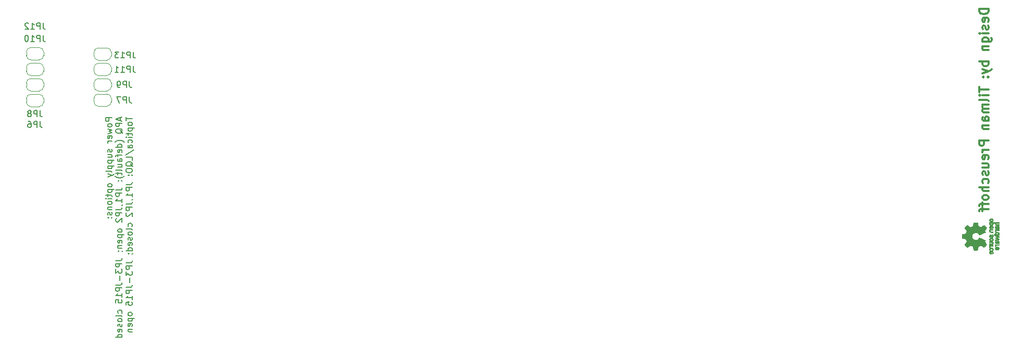
<source format=gbr>
G04 #@! TF.GenerationSoftware,KiCad,Pcbnew,(5.1.9)-1*
G04 #@! TF.CreationDate,2021-09-29T22:18:53+02:00*
G04 #@! TF.ProjectId,RedPitaya_Lockbox,52656450-6974-4617-9961-5f4c6f636b62,1.5*
G04 #@! TF.SameCoordinates,Original*
G04 #@! TF.FileFunction,Legend,Bot*
G04 #@! TF.FilePolarity,Positive*
%FSLAX46Y46*%
G04 Gerber Fmt 4.6, Leading zero omitted, Abs format (unit mm)*
G04 Created by KiCad (PCBNEW (5.1.9)-1) date 2021-09-29 22:18:53*
%MOMM*%
%LPD*%
G01*
G04 APERTURE LIST*
%ADD10C,0.150000*%
%ADD11C,0.300000*%
%ADD12C,0.010000*%
%ADD13C,0.120000*%
G04 APERTURE END LIST*
D10*
X65002380Y-91635595D02*
X64002380Y-91635595D01*
X64002380Y-92016547D01*
X64050000Y-92111785D01*
X64097619Y-92159404D01*
X64192857Y-92207023D01*
X64335714Y-92207023D01*
X64430952Y-92159404D01*
X64478571Y-92111785D01*
X64526190Y-92016547D01*
X64526190Y-91635595D01*
X65002380Y-92778452D02*
X64954761Y-92683214D01*
X64907142Y-92635595D01*
X64811904Y-92587976D01*
X64526190Y-92587976D01*
X64430952Y-92635595D01*
X64383333Y-92683214D01*
X64335714Y-92778452D01*
X64335714Y-92921309D01*
X64383333Y-93016547D01*
X64430952Y-93064166D01*
X64526190Y-93111785D01*
X64811904Y-93111785D01*
X64907142Y-93064166D01*
X64954761Y-93016547D01*
X65002380Y-92921309D01*
X65002380Y-92778452D01*
X64335714Y-93445119D02*
X65002380Y-93635595D01*
X64526190Y-93826071D01*
X65002380Y-94016547D01*
X64335714Y-94207023D01*
X64954761Y-94968928D02*
X65002380Y-94873690D01*
X65002380Y-94683214D01*
X64954761Y-94587976D01*
X64859523Y-94540357D01*
X64478571Y-94540357D01*
X64383333Y-94587976D01*
X64335714Y-94683214D01*
X64335714Y-94873690D01*
X64383333Y-94968928D01*
X64478571Y-95016547D01*
X64573809Y-95016547D01*
X64669047Y-94540357D01*
X65002380Y-95445119D02*
X64335714Y-95445119D01*
X64526190Y-95445119D02*
X64430952Y-95492738D01*
X64383333Y-95540357D01*
X64335714Y-95635595D01*
X64335714Y-95730833D01*
X64954761Y-96778452D02*
X65002380Y-96873690D01*
X65002380Y-97064166D01*
X64954761Y-97159404D01*
X64859523Y-97207023D01*
X64811904Y-97207023D01*
X64716666Y-97159404D01*
X64669047Y-97064166D01*
X64669047Y-96921309D01*
X64621428Y-96826071D01*
X64526190Y-96778452D01*
X64478571Y-96778452D01*
X64383333Y-96826071D01*
X64335714Y-96921309D01*
X64335714Y-97064166D01*
X64383333Y-97159404D01*
X64335714Y-98064166D02*
X65002380Y-98064166D01*
X64335714Y-97635595D02*
X64859523Y-97635595D01*
X64954761Y-97683214D01*
X65002380Y-97778452D01*
X65002380Y-97921309D01*
X64954761Y-98016547D01*
X64907142Y-98064166D01*
X64335714Y-98540357D02*
X65335714Y-98540357D01*
X64383333Y-98540357D02*
X64335714Y-98635595D01*
X64335714Y-98826071D01*
X64383333Y-98921309D01*
X64430952Y-98968928D01*
X64526190Y-99016547D01*
X64811904Y-99016547D01*
X64907142Y-98968928D01*
X64954761Y-98921309D01*
X65002380Y-98826071D01*
X65002380Y-98635595D01*
X64954761Y-98540357D01*
X64335714Y-99445119D02*
X65335714Y-99445119D01*
X64383333Y-99445119D02*
X64335714Y-99540357D01*
X64335714Y-99730833D01*
X64383333Y-99826071D01*
X64430952Y-99873690D01*
X64526190Y-99921309D01*
X64811904Y-99921309D01*
X64907142Y-99873690D01*
X64954761Y-99826071D01*
X65002380Y-99730833D01*
X65002380Y-99540357D01*
X64954761Y-99445119D01*
X65002380Y-100492738D02*
X64954761Y-100397500D01*
X64859523Y-100349880D01*
X64002380Y-100349880D01*
X64335714Y-100778452D02*
X65002380Y-101016547D01*
X64335714Y-101254642D02*
X65002380Y-101016547D01*
X65240476Y-100921309D01*
X65288095Y-100873690D01*
X65335714Y-100778452D01*
X65002380Y-102540357D02*
X64954761Y-102445119D01*
X64907142Y-102397500D01*
X64811904Y-102349880D01*
X64526190Y-102349880D01*
X64430952Y-102397500D01*
X64383333Y-102445119D01*
X64335714Y-102540357D01*
X64335714Y-102683214D01*
X64383333Y-102778452D01*
X64430952Y-102826071D01*
X64526190Y-102873690D01*
X64811904Y-102873690D01*
X64907142Y-102826071D01*
X64954761Y-102778452D01*
X65002380Y-102683214D01*
X65002380Y-102540357D01*
X64335714Y-103302261D02*
X65335714Y-103302261D01*
X64383333Y-103302261D02*
X64335714Y-103397500D01*
X64335714Y-103587976D01*
X64383333Y-103683214D01*
X64430952Y-103730833D01*
X64526190Y-103778452D01*
X64811904Y-103778452D01*
X64907142Y-103730833D01*
X64954761Y-103683214D01*
X65002380Y-103587976D01*
X65002380Y-103397500D01*
X64954761Y-103302261D01*
X64335714Y-104064166D02*
X64335714Y-104445119D01*
X64002380Y-104207023D02*
X64859523Y-104207023D01*
X64954761Y-104254642D01*
X65002380Y-104349880D01*
X65002380Y-104445119D01*
X65002380Y-104778452D02*
X64335714Y-104778452D01*
X64002380Y-104778452D02*
X64050000Y-104730833D01*
X64097619Y-104778452D01*
X64050000Y-104826071D01*
X64002380Y-104778452D01*
X64097619Y-104778452D01*
X65002380Y-105397500D02*
X64954761Y-105302261D01*
X64907142Y-105254642D01*
X64811904Y-105207023D01*
X64526190Y-105207023D01*
X64430952Y-105254642D01*
X64383333Y-105302261D01*
X64335714Y-105397500D01*
X64335714Y-105540357D01*
X64383333Y-105635595D01*
X64430952Y-105683214D01*
X64526190Y-105730833D01*
X64811904Y-105730833D01*
X64907142Y-105683214D01*
X64954761Y-105635595D01*
X65002380Y-105540357D01*
X65002380Y-105397500D01*
X64335714Y-106159404D02*
X65002380Y-106159404D01*
X64430952Y-106159404D02*
X64383333Y-106207023D01*
X64335714Y-106302261D01*
X64335714Y-106445119D01*
X64383333Y-106540357D01*
X64478571Y-106587976D01*
X65002380Y-106587976D01*
X64954761Y-107016547D02*
X65002380Y-107111785D01*
X65002380Y-107302261D01*
X64954761Y-107397500D01*
X64859523Y-107445119D01*
X64811904Y-107445119D01*
X64716666Y-107397500D01*
X64669047Y-107302261D01*
X64669047Y-107159404D01*
X64621428Y-107064166D01*
X64526190Y-107016547D01*
X64478571Y-107016547D01*
X64383333Y-107064166D01*
X64335714Y-107159404D01*
X64335714Y-107302261D01*
X64383333Y-107397500D01*
X64907142Y-107873690D02*
X64954761Y-107921309D01*
X65002380Y-107873690D01*
X64954761Y-107826071D01*
X64907142Y-107873690D01*
X65002380Y-107873690D01*
X64383333Y-107873690D02*
X64430952Y-107921309D01*
X64478571Y-107873690D01*
X64430952Y-107826071D01*
X64383333Y-107873690D01*
X64478571Y-107873690D01*
X66366666Y-91587976D02*
X66366666Y-92064166D01*
X66652380Y-91492738D02*
X65652380Y-91826071D01*
X66652380Y-92159404D01*
X66652380Y-92492738D02*
X65652380Y-92492738D01*
X65652380Y-92873690D01*
X65700000Y-92968928D01*
X65747619Y-93016547D01*
X65842857Y-93064166D01*
X65985714Y-93064166D01*
X66080952Y-93016547D01*
X66128571Y-92968928D01*
X66176190Y-92873690D01*
X66176190Y-92492738D01*
X66747619Y-94159404D02*
X66700000Y-94064166D01*
X66604761Y-93968928D01*
X66461904Y-93826071D01*
X66414285Y-93730833D01*
X66414285Y-93635595D01*
X66652380Y-93683214D02*
X66604761Y-93587976D01*
X66509523Y-93492738D01*
X66319047Y-93445119D01*
X65985714Y-93445119D01*
X65795238Y-93492738D01*
X65700000Y-93587976D01*
X65652380Y-93683214D01*
X65652380Y-93873690D01*
X65700000Y-93968928D01*
X65795238Y-94064166D01*
X65985714Y-94111785D01*
X66319047Y-94111785D01*
X66509523Y-94064166D01*
X66604761Y-93968928D01*
X66652380Y-93873690D01*
X66652380Y-93683214D01*
X67033333Y-95587976D02*
X66985714Y-95540357D01*
X66842857Y-95445119D01*
X66747619Y-95397500D01*
X66604761Y-95349880D01*
X66366666Y-95302261D01*
X66176190Y-95302261D01*
X65938095Y-95349880D01*
X65795238Y-95397500D01*
X65700000Y-95445119D01*
X65557142Y-95540357D01*
X65509523Y-95587976D01*
X66652380Y-96397500D02*
X65652380Y-96397500D01*
X66604761Y-96397500D02*
X66652380Y-96302261D01*
X66652380Y-96111785D01*
X66604761Y-96016547D01*
X66557142Y-95968928D01*
X66461904Y-95921309D01*
X66176190Y-95921309D01*
X66080952Y-95968928D01*
X66033333Y-96016547D01*
X65985714Y-96111785D01*
X65985714Y-96302261D01*
X66033333Y-96397500D01*
X66604761Y-97254642D02*
X66652380Y-97159404D01*
X66652380Y-96968928D01*
X66604761Y-96873690D01*
X66509523Y-96826071D01*
X66128571Y-96826071D01*
X66033333Y-96873690D01*
X65985714Y-96968928D01*
X65985714Y-97159404D01*
X66033333Y-97254642D01*
X66128571Y-97302261D01*
X66223809Y-97302261D01*
X66319047Y-96826071D01*
X65985714Y-97587976D02*
X65985714Y-97968928D01*
X66652380Y-97730833D02*
X65795238Y-97730833D01*
X65700000Y-97778452D01*
X65652380Y-97873690D01*
X65652380Y-97968928D01*
X66652380Y-98730833D02*
X66128571Y-98730833D01*
X66033333Y-98683214D01*
X65985714Y-98587976D01*
X65985714Y-98397500D01*
X66033333Y-98302261D01*
X66604761Y-98730833D02*
X66652380Y-98635595D01*
X66652380Y-98397500D01*
X66604761Y-98302261D01*
X66509523Y-98254642D01*
X66414285Y-98254642D01*
X66319047Y-98302261D01*
X66271428Y-98397500D01*
X66271428Y-98635595D01*
X66223809Y-98730833D01*
X65985714Y-99635595D02*
X66652380Y-99635595D01*
X65985714Y-99207023D02*
X66509523Y-99207023D01*
X66604761Y-99254642D01*
X66652380Y-99349880D01*
X66652380Y-99492738D01*
X66604761Y-99587976D01*
X66557142Y-99635595D01*
X66652380Y-100254642D02*
X66604761Y-100159404D01*
X66509523Y-100111785D01*
X65652380Y-100111785D01*
X65985714Y-100492738D02*
X65985714Y-100873690D01*
X65652380Y-100635595D02*
X66509523Y-100635595D01*
X66604761Y-100683214D01*
X66652380Y-100778452D01*
X66652380Y-100873690D01*
X67033333Y-101111785D02*
X66985714Y-101159404D01*
X66842857Y-101254642D01*
X66747619Y-101302261D01*
X66604761Y-101349880D01*
X66366666Y-101397500D01*
X66176190Y-101397500D01*
X65938095Y-101349880D01*
X65795238Y-101302261D01*
X65700000Y-101254642D01*
X65557142Y-101159404D01*
X65509523Y-101111785D01*
X66557142Y-101873690D02*
X66604761Y-101921309D01*
X66652380Y-101873690D01*
X66604761Y-101826071D01*
X66557142Y-101873690D01*
X66652380Y-101873690D01*
X66033333Y-101873690D02*
X66080952Y-101921309D01*
X66128571Y-101873690D01*
X66080952Y-101826071D01*
X66033333Y-101873690D01*
X66128571Y-101873690D01*
X65652380Y-103397500D02*
X66366666Y-103397500D01*
X66509523Y-103349880D01*
X66604761Y-103254642D01*
X66652380Y-103111785D01*
X66652380Y-103016547D01*
X66652380Y-103873690D02*
X65652380Y-103873690D01*
X65652380Y-104254642D01*
X65700000Y-104349880D01*
X65747619Y-104397500D01*
X65842857Y-104445119D01*
X65985714Y-104445119D01*
X66080952Y-104397500D01*
X66128571Y-104349880D01*
X66176190Y-104254642D01*
X66176190Y-103873690D01*
X66652380Y-105397500D02*
X66652380Y-104826071D01*
X66652380Y-105111785D02*
X65652380Y-105111785D01*
X65795238Y-105016547D01*
X65890476Y-104921309D01*
X65938095Y-104826071D01*
X66604761Y-105873690D02*
X66652380Y-105873690D01*
X66747619Y-105826071D01*
X66795238Y-105778452D01*
X65652380Y-106587976D02*
X66366666Y-106587976D01*
X66509523Y-106540357D01*
X66604761Y-106445119D01*
X66652380Y-106302261D01*
X66652380Y-106207023D01*
X66652380Y-107064166D02*
X65652380Y-107064166D01*
X65652380Y-107445119D01*
X65700000Y-107540357D01*
X65747619Y-107587976D01*
X65842857Y-107635595D01*
X65985714Y-107635595D01*
X66080952Y-107587976D01*
X66128571Y-107540357D01*
X66176190Y-107445119D01*
X66176190Y-107064166D01*
X65747619Y-108016547D02*
X65700000Y-108064166D01*
X65652380Y-108159404D01*
X65652380Y-108397500D01*
X65700000Y-108492738D01*
X65747619Y-108540357D01*
X65842857Y-108587976D01*
X65938095Y-108587976D01*
X66080952Y-108540357D01*
X66652380Y-107968928D01*
X66652380Y-108587976D01*
X66652380Y-109921309D02*
X66604761Y-109826071D01*
X66557142Y-109778452D01*
X66461904Y-109730833D01*
X66176190Y-109730833D01*
X66080952Y-109778452D01*
X66033333Y-109826071D01*
X65985714Y-109921309D01*
X65985714Y-110064166D01*
X66033333Y-110159404D01*
X66080952Y-110207023D01*
X66176190Y-110254642D01*
X66461904Y-110254642D01*
X66557142Y-110207023D01*
X66604761Y-110159404D01*
X66652380Y-110064166D01*
X66652380Y-109921309D01*
X65985714Y-110683214D02*
X66985714Y-110683214D01*
X66033333Y-110683214D02*
X65985714Y-110778452D01*
X65985714Y-110968928D01*
X66033333Y-111064166D01*
X66080952Y-111111785D01*
X66176190Y-111159404D01*
X66461904Y-111159404D01*
X66557142Y-111111785D01*
X66604761Y-111064166D01*
X66652380Y-110968928D01*
X66652380Y-110778452D01*
X66604761Y-110683214D01*
X66604761Y-111968928D02*
X66652380Y-111873690D01*
X66652380Y-111683214D01*
X66604761Y-111587976D01*
X66509523Y-111540357D01*
X66128571Y-111540357D01*
X66033333Y-111587976D01*
X65985714Y-111683214D01*
X65985714Y-111873690D01*
X66033333Y-111968928D01*
X66128571Y-112016547D01*
X66223809Y-112016547D01*
X66319047Y-111540357D01*
X65985714Y-112445119D02*
X66652380Y-112445119D01*
X66080952Y-112445119D02*
X66033333Y-112492738D01*
X65985714Y-112587976D01*
X65985714Y-112730833D01*
X66033333Y-112826071D01*
X66128571Y-112873690D01*
X66652380Y-112873690D01*
X66604761Y-113397500D02*
X66652380Y-113397500D01*
X66747619Y-113349880D01*
X66795238Y-113302261D01*
X66033333Y-113349880D02*
X66080952Y-113397500D01*
X66128571Y-113349880D01*
X66080952Y-113302261D01*
X66033333Y-113349880D01*
X66128571Y-113349880D01*
X65652380Y-114873690D02*
X66366666Y-114873690D01*
X66509523Y-114826071D01*
X66604761Y-114730833D01*
X66652380Y-114587976D01*
X66652380Y-114492738D01*
X66652380Y-115349880D02*
X65652380Y-115349880D01*
X65652380Y-115730833D01*
X65700000Y-115826071D01*
X65747619Y-115873690D01*
X65842857Y-115921309D01*
X65985714Y-115921309D01*
X66080952Y-115873690D01*
X66128571Y-115826071D01*
X66176190Y-115730833D01*
X66176190Y-115349880D01*
X65652380Y-116254642D02*
X65652380Y-116873690D01*
X66033333Y-116540357D01*
X66033333Y-116683214D01*
X66080952Y-116778452D01*
X66128571Y-116826071D01*
X66223809Y-116873690D01*
X66461904Y-116873690D01*
X66557142Y-116826071D01*
X66604761Y-116778452D01*
X66652380Y-116683214D01*
X66652380Y-116397500D01*
X66604761Y-116302261D01*
X66557142Y-116254642D01*
X66271428Y-117302261D02*
X66271428Y-118064166D01*
X65652380Y-118826071D02*
X66366666Y-118826071D01*
X66509523Y-118778452D01*
X66604761Y-118683214D01*
X66652380Y-118540357D01*
X66652380Y-118445119D01*
X66652380Y-119302261D02*
X65652380Y-119302261D01*
X65652380Y-119683214D01*
X65700000Y-119778452D01*
X65747619Y-119826071D01*
X65842857Y-119873690D01*
X65985714Y-119873690D01*
X66080952Y-119826071D01*
X66128571Y-119778452D01*
X66176190Y-119683214D01*
X66176190Y-119302261D01*
X66652380Y-120826071D02*
X66652380Y-120254642D01*
X66652380Y-120540357D02*
X65652380Y-120540357D01*
X65795238Y-120445119D01*
X65890476Y-120349880D01*
X65938095Y-120254642D01*
X65652380Y-121730833D02*
X65652380Y-121254642D01*
X66128571Y-121207023D01*
X66080952Y-121254642D01*
X66033333Y-121349880D01*
X66033333Y-121587976D01*
X66080952Y-121683214D01*
X66128571Y-121730833D01*
X66223809Y-121778452D01*
X66461904Y-121778452D01*
X66557142Y-121730833D01*
X66604761Y-121683214D01*
X66652380Y-121587976D01*
X66652380Y-121349880D01*
X66604761Y-121254642D01*
X66557142Y-121207023D01*
X66604761Y-123397500D02*
X66652380Y-123302261D01*
X66652380Y-123111785D01*
X66604761Y-123016547D01*
X66557142Y-122968928D01*
X66461904Y-122921309D01*
X66176190Y-122921309D01*
X66080952Y-122968928D01*
X66033333Y-123016547D01*
X65985714Y-123111785D01*
X65985714Y-123302261D01*
X66033333Y-123397500D01*
X66652380Y-123968928D02*
X66604761Y-123873690D01*
X66509523Y-123826071D01*
X65652380Y-123826071D01*
X66652380Y-124492738D02*
X66604761Y-124397500D01*
X66557142Y-124349880D01*
X66461904Y-124302261D01*
X66176190Y-124302261D01*
X66080952Y-124349880D01*
X66033333Y-124397500D01*
X65985714Y-124492738D01*
X65985714Y-124635595D01*
X66033333Y-124730833D01*
X66080952Y-124778452D01*
X66176190Y-124826071D01*
X66461904Y-124826071D01*
X66557142Y-124778452D01*
X66604761Y-124730833D01*
X66652380Y-124635595D01*
X66652380Y-124492738D01*
X66604761Y-125207023D02*
X66652380Y-125302261D01*
X66652380Y-125492738D01*
X66604761Y-125587976D01*
X66509523Y-125635595D01*
X66461904Y-125635595D01*
X66366666Y-125587976D01*
X66319047Y-125492738D01*
X66319047Y-125349880D01*
X66271428Y-125254642D01*
X66176190Y-125207023D01*
X66128571Y-125207023D01*
X66033333Y-125254642D01*
X65985714Y-125349880D01*
X65985714Y-125492738D01*
X66033333Y-125587976D01*
X66604761Y-126445119D02*
X66652380Y-126349880D01*
X66652380Y-126159404D01*
X66604761Y-126064166D01*
X66509523Y-126016547D01*
X66128571Y-126016547D01*
X66033333Y-126064166D01*
X65985714Y-126159404D01*
X65985714Y-126349880D01*
X66033333Y-126445119D01*
X66128571Y-126492738D01*
X66223809Y-126492738D01*
X66319047Y-126016547D01*
X66652380Y-127349880D02*
X65652380Y-127349880D01*
X66604761Y-127349880D02*
X66652380Y-127254642D01*
X66652380Y-127064166D01*
X66604761Y-126968928D01*
X66557142Y-126921309D01*
X66461904Y-126873690D01*
X66176190Y-126873690D01*
X66080952Y-126921309D01*
X66033333Y-126968928D01*
X65985714Y-127064166D01*
X65985714Y-127254642D01*
X66033333Y-127349880D01*
X67302380Y-91492738D02*
X67302380Y-92064166D01*
X68302380Y-91778452D02*
X67302380Y-91778452D01*
X68302380Y-92540357D02*
X68254761Y-92445119D01*
X68207142Y-92397500D01*
X68111904Y-92349880D01*
X67826190Y-92349880D01*
X67730952Y-92397500D01*
X67683333Y-92445119D01*
X67635714Y-92540357D01*
X67635714Y-92683214D01*
X67683333Y-92778452D01*
X67730952Y-92826071D01*
X67826190Y-92873690D01*
X68111904Y-92873690D01*
X68207142Y-92826071D01*
X68254761Y-92778452D01*
X68302380Y-92683214D01*
X68302380Y-92540357D01*
X67635714Y-93302261D02*
X68635714Y-93302261D01*
X67683333Y-93302261D02*
X67635714Y-93397500D01*
X67635714Y-93587976D01*
X67683333Y-93683214D01*
X67730952Y-93730833D01*
X67826190Y-93778452D01*
X68111904Y-93778452D01*
X68207142Y-93730833D01*
X68254761Y-93683214D01*
X68302380Y-93587976D01*
X68302380Y-93397500D01*
X68254761Y-93302261D01*
X67635714Y-94064166D02*
X67635714Y-94445119D01*
X67302380Y-94207023D02*
X68159523Y-94207023D01*
X68254761Y-94254642D01*
X68302380Y-94349880D01*
X68302380Y-94445119D01*
X68302380Y-94778452D02*
X67635714Y-94778452D01*
X67302380Y-94778452D02*
X67350000Y-94730833D01*
X67397619Y-94778452D01*
X67350000Y-94826071D01*
X67302380Y-94778452D01*
X67397619Y-94778452D01*
X68254761Y-95683214D02*
X68302380Y-95587976D01*
X68302380Y-95397500D01*
X68254761Y-95302261D01*
X68207142Y-95254642D01*
X68111904Y-95207023D01*
X67826190Y-95207023D01*
X67730952Y-95254642D01*
X67683333Y-95302261D01*
X67635714Y-95397500D01*
X67635714Y-95587976D01*
X67683333Y-95683214D01*
X68302380Y-96540357D02*
X67778571Y-96540357D01*
X67683333Y-96492738D01*
X67635714Y-96397500D01*
X67635714Y-96207023D01*
X67683333Y-96111785D01*
X68254761Y-96540357D02*
X68302380Y-96445119D01*
X68302380Y-96207023D01*
X68254761Y-96111785D01*
X68159523Y-96064166D01*
X68064285Y-96064166D01*
X67969047Y-96111785D01*
X67921428Y-96207023D01*
X67921428Y-96445119D01*
X67873809Y-96540357D01*
X67254761Y-97730833D02*
X68540476Y-96873690D01*
X68302380Y-98540357D02*
X68302380Y-98064166D01*
X67302380Y-98064166D01*
X68397619Y-99540357D02*
X68350000Y-99445119D01*
X68254761Y-99349880D01*
X68111904Y-99207023D01*
X68064285Y-99111785D01*
X68064285Y-99016547D01*
X68302380Y-99064166D02*
X68254761Y-98968928D01*
X68159523Y-98873690D01*
X67969047Y-98826071D01*
X67635714Y-98826071D01*
X67445238Y-98873690D01*
X67350000Y-98968928D01*
X67302380Y-99064166D01*
X67302380Y-99254642D01*
X67350000Y-99349880D01*
X67445238Y-99445119D01*
X67635714Y-99492738D01*
X67969047Y-99492738D01*
X68159523Y-99445119D01*
X68254761Y-99349880D01*
X68302380Y-99254642D01*
X68302380Y-99064166D01*
X67302380Y-100111785D02*
X67302380Y-100302261D01*
X67350000Y-100397500D01*
X67445238Y-100492738D01*
X67635714Y-100540357D01*
X67969047Y-100540357D01*
X68159523Y-100492738D01*
X68254761Y-100397500D01*
X68302380Y-100302261D01*
X68302380Y-100111785D01*
X68254761Y-100016547D01*
X68159523Y-99921309D01*
X67969047Y-99873690D01*
X67635714Y-99873690D01*
X67445238Y-99921309D01*
X67350000Y-100016547D01*
X67302380Y-100111785D01*
X68207142Y-100968928D02*
X68254761Y-101016547D01*
X68302380Y-100968928D01*
X68254761Y-100921309D01*
X68207142Y-100968928D01*
X68302380Y-100968928D01*
X67683333Y-100968928D02*
X67730952Y-101016547D01*
X67778571Y-100968928D01*
X67730952Y-100921309D01*
X67683333Y-100968928D01*
X67778571Y-100968928D01*
X67302380Y-102492738D02*
X68016666Y-102492738D01*
X68159523Y-102445119D01*
X68254761Y-102349880D01*
X68302380Y-102207023D01*
X68302380Y-102111785D01*
X68302380Y-102968928D02*
X67302380Y-102968928D01*
X67302380Y-103349880D01*
X67350000Y-103445119D01*
X67397619Y-103492738D01*
X67492857Y-103540357D01*
X67635714Y-103540357D01*
X67730952Y-103492738D01*
X67778571Y-103445119D01*
X67826190Y-103349880D01*
X67826190Y-102968928D01*
X68302380Y-104492738D02*
X68302380Y-103921309D01*
X68302380Y-104207023D02*
X67302380Y-104207023D01*
X67445238Y-104111785D01*
X67540476Y-104016547D01*
X67588095Y-103921309D01*
X68254761Y-104968928D02*
X68302380Y-104968928D01*
X68397619Y-104921309D01*
X68445238Y-104873690D01*
X67302380Y-105683214D02*
X68016666Y-105683214D01*
X68159523Y-105635595D01*
X68254761Y-105540357D01*
X68302380Y-105397500D01*
X68302380Y-105302261D01*
X68302380Y-106159404D02*
X67302380Y-106159404D01*
X67302380Y-106540357D01*
X67350000Y-106635595D01*
X67397619Y-106683214D01*
X67492857Y-106730833D01*
X67635714Y-106730833D01*
X67730952Y-106683214D01*
X67778571Y-106635595D01*
X67826190Y-106540357D01*
X67826190Y-106159404D01*
X67397619Y-107111785D02*
X67350000Y-107159404D01*
X67302380Y-107254642D01*
X67302380Y-107492738D01*
X67350000Y-107587976D01*
X67397619Y-107635595D01*
X67492857Y-107683214D01*
X67588095Y-107683214D01*
X67730952Y-107635595D01*
X68302380Y-107064166D01*
X68302380Y-107683214D01*
X68254761Y-109302261D02*
X68302380Y-109207023D01*
X68302380Y-109016547D01*
X68254761Y-108921309D01*
X68207142Y-108873690D01*
X68111904Y-108826071D01*
X67826190Y-108826071D01*
X67730952Y-108873690D01*
X67683333Y-108921309D01*
X67635714Y-109016547D01*
X67635714Y-109207023D01*
X67683333Y-109302261D01*
X68302380Y-109873690D02*
X68254761Y-109778452D01*
X68159523Y-109730833D01*
X67302380Y-109730833D01*
X68302380Y-110397500D02*
X68254761Y-110302261D01*
X68207142Y-110254642D01*
X68111904Y-110207023D01*
X67826190Y-110207023D01*
X67730952Y-110254642D01*
X67683333Y-110302261D01*
X67635714Y-110397500D01*
X67635714Y-110540357D01*
X67683333Y-110635595D01*
X67730952Y-110683214D01*
X67826190Y-110730833D01*
X68111904Y-110730833D01*
X68207142Y-110683214D01*
X68254761Y-110635595D01*
X68302380Y-110540357D01*
X68302380Y-110397500D01*
X68254761Y-111111785D02*
X68302380Y-111207023D01*
X68302380Y-111397500D01*
X68254761Y-111492738D01*
X68159523Y-111540357D01*
X68111904Y-111540357D01*
X68016666Y-111492738D01*
X67969047Y-111397500D01*
X67969047Y-111254642D01*
X67921428Y-111159404D01*
X67826190Y-111111785D01*
X67778571Y-111111785D01*
X67683333Y-111159404D01*
X67635714Y-111254642D01*
X67635714Y-111397500D01*
X67683333Y-111492738D01*
X68254761Y-112349880D02*
X68302380Y-112254642D01*
X68302380Y-112064166D01*
X68254761Y-111968928D01*
X68159523Y-111921309D01*
X67778571Y-111921309D01*
X67683333Y-111968928D01*
X67635714Y-112064166D01*
X67635714Y-112254642D01*
X67683333Y-112349880D01*
X67778571Y-112397500D01*
X67873809Y-112397500D01*
X67969047Y-111921309D01*
X68302380Y-113254642D02*
X67302380Y-113254642D01*
X68254761Y-113254642D02*
X68302380Y-113159404D01*
X68302380Y-112968928D01*
X68254761Y-112873690D01*
X68207142Y-112826071D01*
X68111904Y-112778452D01*
X67826190Y-112778452D01*
X67730952Y-112826071D01*
X67683333Y-112873690D01*
X67635714Y-112968928D01*
X67635714Y-113159404D01*
X67683333Y-113254642D01*
X68254761Y-113778452D02*
X68302380Y-113778452D01*
X68397619Y-113730833D01*
X68445238Y-113683214D01*
X67683333Y-113730833D02*
X67730952Y-113778452D01*
X67778571Y-113730833D01*
X67730952Y-113683214D01*
X67683333Y-113730833D01*
X67778571Y-113730833D01*
X67302380Y-115254642D02*
X68016666Y-115254642D01*
X68159523Y-115207023D01*
X68254761Y-115111785D01*
X68302380Y-114968928D01*
X68302380Y-114873690D01*
X68302380Y-115730833D02*
X67302380Y-115730833D01*
X67302380Y-116111785D01*
X67350000Y-116207023D01*
X67397619Y-116254642D01*
X67492857Y-116302261D01*
X67635714Y-116302261D01*
X67730952Y-116254642D01*
X67778571Y-116207023D01*
X67826190Y-116111785D01*
X67826190Y-115730833D01*
X67302380Y-116635595D02*
X67302380Y-117254642D01*
X67683333Y-116921309D01*
X67683333Y-117064166D01*
X67730952Y-117159404D01*
X67778571Y-117207023D01*
X67873809Y-117254642D01*
X68111904Y-117254642D01*
X68207142Y-117207023D01*
X68254761Y-117159404D01*
X68302380Y-117064166D01*
X68302380Y-116778452D01*
X68254761Y-116683214D01*
X68207142Y-116635595D01*
X67921428Y-117683214D02*
X67921428Y-118445119D01*
X67302380Y-119207023D02*
X68016666Y-119207023D01*
X68159523Y-119159404D01*
X68254761Y-119064166D01*
X68302380Y-118921309D01*
X68302380Y-118826071D01*
X68302380Y-119683214D02*
X67302380Y-119683214D01*
X67302380Y-120064166D01*
X67350000Y-120159404D01*
X67397619Y-120207023D01*
X67492857Y-120254642D01*
X67635714Y-120254642D01*
X67730952Y-120207023D01*
X67778571Y-120159404D01*
X67826190Y-120064166D01*
X67826190Y-119683214D01*
X68302380Y-121207023D02*
X68302380Y-120635595D01*
X68302380Y-120921309D02*
X67302380Y-120921309D01*
X67445238Y-120826071D01*
X67540476Y-120730833D01*
X67588095Y-120635595D01*
X67302380Y-122111785D02*
X67302380Y-121635595D01*
X67778571Y-121587976D01*
X67730952Y-121635595D01*
X67683333Y-121730833D01*
X67683333Y-121968928D01*
X67730952Y-122064166D01*
X67778571Y-122111785D01*
X67873809Y-122159404D01*
X68111904Y-122159404D01*
X68207142Y-122111785D01*
X68254761Y-122064166D01*
X68302380Y-121968928D01*
X68302380Y-121730833D01*
X68254761Y-121635595D01*
X68207142Y-121587976D01*
X68302380Y-123492738D02*
X68254761Y-123397500D01*
X68207142Y-123349880D01*
X68111904Y-123302261D01*
X67826190Y-123302261D01*
X67730952Y-123349880D01*
X67683333Y-123397500D01*
X67635714Y-123492738D01*
X67635714Y-123635595D01*
X67683333Y-123730833D01*
X67730952Y-123778452D01*
X67826190Y-123826071D01*
X68111904Y-123826071D01*
X68207142Y-123778452D01*
X68254761Y-123730833D01*
X68302380Y-123635595D01*
X68302380Y-123492738D01*
X67635714Y-124254642D02*
X68635714Y-124254642D01*
X67683333Y-124254642D02*
X67635714Y-124349880D01*
X67635714Y-124540357D01*
X67683333Y-124635595D01*
X67730952Y-124683214D01*
X67826190Y-124730833D01*
X68111904Y-124730833D01*
X68207142Y-124683214D01*
X68254761Y-124635595D01*
X68302380Y-124540357D01*
X68302380Y-124349880D01*
X68254761Y-124254642D01*
X68254761Y-125540357D02*
X68302380Y-125445119D01*
X68302380Y-125254642D01*
X68254761Y-125159404D01*
X68159523Y-125111785D01*
X67778571Y-125111785D01*
X67683333Y-125159404D01*
X67635714Y-125254642D01*
X67635714Y-125445119D01*
X67683333Y-125540357D01*
X67778571Y-125587976D01*
X67873809Y-125587976D01*
X67969047Y-125111785D01*
X67635714Y-126016547D02*
X68302380Y-126016547D01*
X67730952Y-126016547D02*
X67683333Y-126064166D01*
X67635714Y-126159404D01*
X67635714Y-126302261D01*
X67683333Y-126397500D01*
X67778571Y-126445119D01*
X68302380Y-126445119D01*
D11*
X207488571Y-73912857D02*
X205988571Y-73912857D01*
X205988571Y-74270000D01*
X206060000Y-74484285D01*
X206202857Y-74627142D01*
X206345714Y-74698571D01*
X206631428Y-74770000D01*
X206845714Y-74770000D01*
X207131428Y-74698571D01*
X207274285Y-74627142D01*
X207417142Y-74484285D01*
X207488571Y-74270000D01*
X207488571Y-73912857D01*
X207417142Y-75984285D02*
X207488571Y-75841428D01*
X207488571Y-75555714D01*
X207417142Y-75412857D01*
X207274285Y-75341428D01*
X206702857Y-75341428D01*
X206560000Y-75412857D01*
X206488571Y-75555714D01*
X206488571Y-75841428D01*
X206560000Y-75984285D01*
X206702857Y-76055714D01*
X206845714Y-76055714D01*
X206988571Y-75341428D01*
X207417142Y-76627142D02*
X207488571Y-76770000D01*
X207488571Y-77055714D01*
X207417142Y-77198571D01*
X207274285Y-77270000D01*
X207202857Y-77270000D01*
X207060000Y-77198571D01*
X206988571Y-77055714D01*
X206988571Y-76841428D01*
X206917142Y-76698571D01*
X206774285Y-76627142D01*
X206702857Y-76627142D01*
X206560000Y-76698571D01*
X206488571Y-76841428D01*
X206488571Y-77055714D01*
X206560000Y-77198571D01*
X207488571Y-77912857D02*
X206488571Y-77912857D01*
X205988571Y-77912857D02*
X206060000Y-77841428D01*
X206131428Y-77912857D01*
X206060000Y-77984285D01*
X205988571Y-77912857D01*
X206131428Y-77912857D01*
X206488571Y-79270000D02*
X207702857Y-79270000D01*
X207845714Y-79198571D01*
X207917142Y-79127142D01*
X207988571Y-78984285D01*
X207988571Y-78770000D01*
X207917142Y-78627142D01*
X207417142Y-79270000D02*
X207488571Y-79127142D01*
X207488571Y-78841428D01*
X207417142Y-78698571D01*
X207345714Y-78627142D01*
X207202857Y-78555714D01*
X206774285Y-78555714D01*
X206631428Y-78627142D01*
X206560000Y-78698571D01*
X206488571Y-78841428D01*
X206488571Y-79127142D01*
X206560000Y-79270000D01*
X206488571Y-79984285D02*
X207488571Y-79984285D01*
X206631428Y-79984285D02*
X206560000Y-80055714D01*
X206488571Y-80198571D01*
X206488571Y-80412857D01*
X206560000Y-80555714D01*
X206702857Y-80627142D01*
X207488571Y-80627142D01*
X207488571Y-82484285D02*
X205988571Y-82484285D01*
X206560000Y-82484285D02*
X206488571Y-82627142D01*
X206488571Y-82912857D01*
X206560000Y-83055714D01*
X206631428Y-83127142D01*
X206774285Y-83198571D01*
X207202857Y-83198571D01*
X207345714Y-83127142D01*
X207417142Y-83055714D01*
X207488571Y-82912857D01*
X207488571Y-82627142D01*
X207417142Y-82484285D01*
X206488571Y-83698571D02*
X207488571Y-84055714D01*
X206488571Y-84412857D02*
X207488571Y-84055714D01*
X207845714Y-83912857D01*
X207917142Y-83841428D01*
X207988571Y-83698571D01*
X207345714Y-84984285D02*
X207417142Y-85055714D01*
X207488571Y-84984285D01*
X207417142Y-84912857D01*
X207345714Y-84984285D01*
X207488571Y-84984285D01*
X206560000Y-84984285D02*
X206631428Y-85055714D01*
X206702857Y-84984285D01*
X206631428Y-84912857D01*
X206560000Y-84984285D01*
X206702857Y-84984285D01*
X205988571Y-86627142D02*
X205988571Y-87484285D01*
X207488571Y-87055714D02*
X205988571Y-87055714D01*
X207488571Y-87984285D02*
X206488571Y-87984285D01*
X205988571Y-87984285D02*
X206060000Y-87912857D01*
X206131428Y-87984285D01*
X206060000Y-88055714D01*
X205988571Y-87984285D01*
X206131428Y-87984285D01*
X207488571Y-88912857D02*
X207417142Y-88770000D01*
X207274285Y-88698571D01*
X205988571Y-88698571D01*
X207488571Y-89484285D02*
X206488571Y-89484285D01*
X206631428Y-89484285D02*
X206560000Y-89555714D01*
X206488571Y-89698571D01*
X206488571Y-89912857D01*
X206560000Y-90055714D01*
X206702857Y-90127142D01*
X207488571Y-90127142D01*
X206702857Y-90127142D02*
X206560000Y-90198571D01*
X206488571Y-90341428D01*
X206488571Y-90555714D01*
X206560000Y-90698571D01*
X206702857Y-90770000D01*
X207488571Y-90770000D01*
X207488571Y-92127142D02*
X206702857Y-92127142D01*
X206560000Y-92055714D01*
X206488571Y-91912857D01*
X206488571Y-91627142D01*
X206560000Y-91484285D01*
X207417142Y-92127142D02*
X207488571Y-91984285D01*
X207488571Y-91627142D01*
X207417142Y-91484285D01*
X207274285Y-91412857D01*
X207131428Y-91412857D01*
X206988571Y-91484285D01*
X206917142Y-91627142D01*
X206917142Y-91984285D01*
X206845714Y-92127142D01*
X206488571Y-92841428D02*
X207488571Y-92841428D01*
X206631428Y-92841428D02*
X206560000Y-92912857D01*
X206488571Y-93055714D01*
X206488571Y-93270000D01*
X206560000Y-93412857D01*
X206702857Y-93484285D01*
X207488571Y-93484285D01*
X207488571Y-95341428D02*
X205988571Y-95341428D01*
X205988571Y-95912857D01*
X206060000Y-96055714D01*
X206131428Y-96127142D01*
X206274285Y-96198571D01*
X206488571Y-96198571D01*
X206631428Y-96127142D01*
X206702857Y-96055714D01*
X206774285Y-95912857D01*
X206774285Y-95341428D01*
X207488571Y-96841428D02*
X206488571Y-96841428D01*
X206774285Y-96841428D02*
X206631428Y-96912857D01*
X206560000Y-96984285D01*
X206488571Y-97127142D01*
X206488571Y-97270000D01*
X207417142Y-98341428D02*
X207488571Y-98198571D01*
X207488571Y-97912857D01*
X207417142Y-97770000D01*
X207274285Y-97698571D01*
X206702857Y-97698571D01*
X206560000Y-97770000D01*
X206488571Y-97912857D01*
X206488571Y-98198571D01*
X206560000Y-98341428D01*
X206702857Y-98412857D01*
X206845714Y-98412857D01*
X206988571Y-97698571D01*
X206488571Y-99698571D02*
X207488571Y-99698571D01*
X206488571Y-99055714D02*
X207274285Y-99055714D01*
X207417142Y-99127142D01*
X207488571Y-99270000D01*
X207488571Y-99484285D01*
X207417142Y-99627142D01*
X207345714Y-99698571D01*
X207417142Y-100341428D02*
X207488571Y-100484285D01*
X207488571Y-100770000D01*
X207417142Y-100912857D01*
X207274285Y-100984285D01*
X207202857Y-100984285D01*
X207060000Y-100912857D01*
X206988571Y-100770000D01*
X206988571Y-100555714D01*
X206917142Y-100412857D01*
X206774285Y-100341428D01*
X206702857Y-100341428D01*
X206560000Y-100412857D01*
X206488571Y-100555714D01*
X206488571Y-100770000D01*
X206560000Y-100912857D01*
X207417142Y-102270000D02*
X207488571Y-102127142D01*
X207488571Y-101841428D01*
X207417142Y-101698571D01*
X207345714Y-101627142D01*
X207202857Y-101555714D01*
X206774285Y-101555714D01*
X206631428Y-101627142D01*
X206560000Y-101698571D01*
X206488571Y-101841428D01*
X206488571Y-102127142D01*
X206560000Y-102270000D01*
X207488571Y-102912857D02*
X205988571Y-102912857D01*
X207488571Y-103555714D02*
X206702857Y-103555714D01*
X206560000Y-103484285D01*
X206488571Y-103341428D01*
X206488571Y-103127142D01*
X206560000Y-102984285D01*
X206631428Y-102912857D01*
X207488571Y-104484285D02*
X207417142Y-104341428D01*
X207345714Y-104270000D01*
X207202857Y-104198571D01*
X206774285Y-104198571D01*
X206631428Y-104270000D01*
X206560000Y-104341428D01*
X206488571Y-104484285D01*
X206488571Y-104698571D01*
X206560000Y-104841428D01*
X206631428Y-104912857D01*
X206774285Y-104984285D01*
X207202857Y-104984285D01*
X207345714Y-104912857D01*
X207417142Y-104841428D01*
X207488571Y-104698571D01*
X207488571Y-104484285D01*
X206488571Y-105412857D02*
X206488571Y-105984285D01*
X207488571Y-105627142D02*
X206202857Y-105627142D01*
X206060000Y-105698571D01*
X205988571Y-105841428D01*
X205988571Y-105984285D01*
X206488571Y-106270000D02*
X206488571Y-106841428D01*
X207488571Y-106484285D02*
X206202857Y-106484285D01*
X206060000Y-106555714D01*
X205988571Y-106698571D01*
X205988571Y-106841428D01*
D12*
G36*
X207639184Y-108991241D02*
G01*
X207652282Y-109017753D01*
X207675106Y-109050447D01*
X207699996Y-109074275D01*
X207731249Y-109090594D01*
X207773166Y-109100760D01*
X207830044Y-109106128D01*
X207906184Y-109108056D01*
X207938917Y-109108169D01*
X208010656Y-109107839D01*
X208061927Y-109106473D01*
X208097404Y-109103500D01*
X208121763Y-109098351D01*
X208139680Y-109090457D01*
X208151902Y-109082243D01*
X208203905Y-109029813D01*
X208235184Y-108968070D01*
X208244592Y-108901464D01*
X208230980Y-108834442D01*
X208221354Y-108813208D01*
X208194859Y-108762376D01*
X208610052Y-108762376D01*
X208590868Y-108799475D01*
X208576025Y-108848357D01*
X208572222Y-108908439D01*
X208579243Y-108968436D01*
X208595013Y-109013744D01*
X208625047Y-109051325D01*
X208668024Y-109083436D01*
X208672436Y-109085850D01*
X208693221Y-109096033D01*
X208714170Y-109103470D01*
X208739548Y-109108589D01*
X208773618Y-109111819D01*
X208820641Y-109113587D01*
X208884882Y-109114323D01*
X208957176Y-109114456D01*
X209187822Y-109114456D01*
X209187822Y-108976139D01*
X208762533Y-108976139D01*
X208729979Y-108937451D01*
X208703940Y-108897262D01*
X208699205Y-108859203D01*
X208711389Y-108820934D01*
X208723320Y-108800538D01*
X208740313Y-108785358D01*
X208765995Y-108774562D01*
X208803991Y-108767317D01*
X208857926Y-108762792D01*
X208931425Y-108760156D01*
X208980347Y-108759228D01*
X209181535Y-108756089D01*
X209185336Y-108690074D01*
X209189136Y-108624060D01*
X207940650Y-108624060D01*
X207940650Y-108762376D01*
X208010254Y-108765903D01*
X208058569Y-108777785D01*
X208088631Y-108799980D01*
X208103471Y-108834441D01*
X208106436Y-108869258D01*
X208103028Y-108908671D01*
X208089617Y-108934829D01*
X208071896Y-108951186D01*
X208052835Y-108964063D01*
X208031601Y-108971728D01*
X208001849Y-108975139D01*
X207957236Y-108975251D01*
X207919880Y-108974103D01*
X207863604Y-108971468D01*
X207826658Y-108967544D01*
X207803223Y-108960937D01*
X207787480Y-108950251D01*
X207778380Y-108940167D01*
X207758537Y-108898030D01*
X207755332Y-108848160D01*
X207762168Y-108819524D01*
X207786464Y-108791172D01*
X207833728Y-108772391D01*
X207903624Y-108763288D01*
X207940650Y-108762376D01*
X207940650Y-108624060D01*
X207628614Y-108624060D01*
X207628614Y-108693218D01*
X207630256Y-108734740D01*
X207636087Y-108756162D01*
X207647461Y-108762374D01*
X207647798Y-108762376D01*
X207658938Y-108765258D01*
X207657673Y-108777970D01*
X207645433Y-108803243D01*
X207626707Y-108862131D01*
X207624739Y-108928385D01*
X207639184Y-108991241D01*
G37*
X207639184Y-108991241D02*
X207652282Y-109017753D01*
X207675106Y-109050447D01*
X207699996Y-109074275D01*
X207731249Y-109090594D01*
X207773166Y-109100760D01*
X207830044Y-109106128D01*
X207906184Y-109108056D01*
X207938917Y-109108169D01*
X208010656Y-109107839D01*
X208061927Y-109106473D01*
X208097404Y-109103500D01*
X208121763Y-109098351D01*
X208139680Y-109090457D01*
X208151902Y-109082243D01*
X208203905Y-109029813D01*
X208235184Y-108968070D01*
X208244592Y-108901464D01*
X208230980Y-108834442D01*
X208221354Y-108813208D01*
X208194859Y-108762376D01*
X208610052Y-108762376D01*
X208590868Y-108799475D01*
X208576025Y-108848357D01*
X208572222Y-108908439D01*
X208579243Y-108968436D01*
X208595013Y-109013744D01*
X208625047Y-109051325D01*
X208668024Y-109083436D01*
X208672436Y-109085850D01*
X208693221Y-109096033D01*
X208714170Y-109103470D01*
X208739548Y-109108589D01*
X208773618Y-109111819D01*
X208820641Y-109113587D01*
X208884882Y-109114323D01*
X208957176Y-109114456D01*
X209187822Y-109114456D01*
X209187822Y-108976139D01*
X208762533Y-108976139D01*
X208729979Y-108937451D01*
X208703940Y-108897262D01*
X208699205Y-108859203D01*
X208711389Y-108820934D01*
X208723320Y-108800538D01*
X208740313Y-108785358D01*
X208765995Y-108774562D01*
X208803991Y-108767317D01*
X208857926Y-108762792D01*
X208931425Y-108760156D01*
X208980347Y-108759228D01*
X209181535Y-108756089D01*
X209185336Y-108690074D01*
X209189136Y-108624060D01*
X207940650Y-108624060D01*
X207940650Y-108762376D01*
X208010254Y-108765903D01*
X208058569Y-108777785D01*
X208088631Y-108799980D01*
X208103471Y-108834441D01*
X208106436Y-108869258D01*
X208103028Y-108908671D01*
X208089617Y-108934829D01*
X208071896Y-108951186D01*
X208052835Y-108964063D01*
X208031601Y-108971728D01*
X208001849Y-108975139D01*
X207957236Y-108975251D01*
X207919880Y-108974103D01*
X207863604Y-108971468D01*
X207826658Y-108967544D01*
X207803223Y-108960937D01*
X207787480Y-108950251D01*
X207778380Y-108940167D01*
X207758537Y-108898030D01*
X207755332Y-108848160D01*
X207762168Y-108819524D01*
X207786464Y-108791172D01*
X207833728Y-108772391D01*
X207903624Y-108763288D01*
X207940650Y-108762376D01*
X207940650Y-108624060D01*
X207628614Y-108624060D01*
X207628614Y-108693218D01*
X207630256Y-108734740D01*
X207636087Y-108756162D01*
X207647461Y-108762374D01*
X207647798Y-108762376D01*
X207658938Y-108765258D01*
X207657673Y-108777970D01*
X207645433Y-108803243D01*
X207626707Y-108862131D01*
X207624739Y-108928385D01*
X207639184Y-108991241D01*
G36*
X208576555Y-109515790D02*
G01*
X208592339Y-109574945D01*
X208620948Y-109619977D01*
X208658419Y-109651754D01*
X208674411Y-109661634D01*
X208691163Y-109668927D01*
X208712592Y-109674026D01*
X208742616Y-109677321D01*
X208785154Y-109679203D01*
X208844122Y-109680063D01*
X208923440Y-109680293D01*
X208944484Y-109680297D01*
X209187822Y-109680297D01*
X209187822Y-109619941D01*
X209185126Y-109581443D01*
X209178295Y-109552977D01*
X209174083Y-109545845D01*
X209166813Y-109526348D01*
X209174083Y-109506434D01*
X209183160Y-109473647D01*
X209186813Y-109426022D01*
X209185228Y-109373236D01*
X209178589Y-109324964D01*
X209170072Y-109296782D01*
X209135063Y-109242247D01*
X209086479Y-109208165D01*
X209021882Y-109192843D01*
X209020223Y-109192701D01*
X208991566Y-109194045D01*
X208991566Y-109315644D01*
X209024161Y-109326274D01*
X209042505Y-109343590D01*
X209056379Y-109378348D01*
X209061917Y-109424227D01*
X209059191Y-109471012D01*
X209048274Y-109508486D01*
X209041269Y-109518985D01*
X209008904Y-109537332D01*
X208972111Y-109541980D01*
X208923763Y-109541980D01*
X208923763Y-109472418D01*
X208928850Y-109406333D01*
X208943263Y-109356236D01*
X208965729Y-109325071D01*
X208991566Y-109315644D01*
X208991566Y-109194045D01*
X208949647Y-109196013D01*
X208893845Y-109219290D01*
X208851647Y-109263052D01*
X208847808Y-109269101D01*
X208835309Y-109295093D01*
X208827740Y-109327265D01*
X208824061Y-109372240D01*
X208823216Y-109425669D01*
X208823169Y-109541980D01*
X208774411Y-109541980D01*
X208736581Y-109537047D01*
X208711236Y-109524457D01*
X208709887Y-109522983D01*
X208698800Y-109494966D01*
X208694503Y-109452674D01*
X208696615Y-109405936D01*
X208704756Y-109364582D01*
X208716965Y-109340043D01*
X208726746Y-109326747D01*
X208728613Y-109312706D01*
X208720600Y-109293329D01*
X208700739Y-109264024D01*
X208667063Y-109220197D01*
X208663909Y-109216175D01*
X208652236Y-109218236D01*
X208632822Y-109235432D01*
X208611248Y-109261567D01*
X208593096Y-109290448D01*
X208588809Y-109299522D01*
X208580256Y-109332620D01*
X208574155Y-109381120D01*
X208571708Y-109435305D01*
X208571703Y-109437839D01*
X208576555Y-109515790D01*
G37*
X208576555Y-109515790D02*
X208592339Y-109574945D01*
X208620948Y-109619977D01*
X208658419Y-109651754D01*
X208674411Y-109661634D01*
X208691163Y-109668927D01*
X208712592Y-109674026D01*
X208742616Y-109677321D01*
X208785154Y-109679203D01*
X208844122Y-109680063D01*
X208923440Y-109680293D01*
X208944484Y-109680297D01*
X209187822Y-109680297D01*
X209187822Y-109619941D01*
X209185126Y-109581443D01*
X209178295Y-109552977D01*
X209174083Y-109545845D01*
X209166813Y-109526348D01*
X209174083Y-109506434D01*
X209183160Y-109473647D01*
X209186813Y-109426022D01*
X209185228Y-109373236D01*
X209178589Y-109324964D01*
X209170072Y-109296782D01*
X209135063Y-109242247D01*
X209086479Y-109208165D01*
X209021882Y-109192843D01*
X209020223Y-109192701D01*
X208991566Y-109194045D01*
X208991566Y-109315644D01*
X209024161Y-109326274D01*
X209042505Y-109343590D01*
X209056379Y-109378348D01*
X209061917Y-109424227D01*
X209059191Y-109471012D01*
X209048274Y-109508486D01*
X209041269Y-109518985D01*
X209008904Y-109537332D01*
X208972111Y-109541980D01*
X208923763Y-109541980D01*
X208923763Y-109472418D01*
X208928850Y-109406333D01*
X208943263Y-109356236D01*
X208965729Y-109325071D01*
X208991566Y-109315644D01*
X208991566Y-109194045D01*
X208949647Y-109196013D01*
X208893845Y-109219290D01*
X208851647Y-109263052D01*
X208847808Y-109269101D01*
X208835309Y-109295093D01*
X208827740Y-109327265D01*
X208824061Y-109372240D01*
X208823216Y-109425669D01*
X208823169Y-109541980D01*
X208774411Y-109541980D01*
X208736581Y-109537047D01*
X208711236Y-109524457D01*
X208709887Y-109522983D01*
X208698800Y-109494966D01*
X208694503Y-109452674D01*
X208696615Y-109405936D01*
X208704756Y-109364582D01*
X208716965Y-109340043D01*
X208726746Y-109326747D01*
X208728613Y-109312706D01*
X208720600Y-109293329D01*
X208700739Y-109264024D01*
X208667063Y-109220197D01*
X208663909Y-109216175D01*
X208652236Y-109218236D01*
X208632822Y-109235432D01*
X208611248Y-109261567D01*
X208593096Y-109290448D01*
X208588809Y-109299522D01*
X208580256Y-109332620D01*
X208574155Y-109381120D01*
X208571708Y-109435305D01*
X208571703Y-109437839D01*
X208576555Y-109515790D01*
G36*
X208573020Y-109906644D02*
G01*
X208578660Y-109925461D01*
X208591053Y-109931527D01*
X208596647Y-109931782D01*
X208612230Y-109932871D01*
X208614676Y-109940368D01*
X208603993Y-109960619D01*
X208596694Y-109972649D01*
X208581063Y-110010600D01*
X208573334Y-110055928D01*
X208572740Y-110103456D01*
X208578513Y-110148005D01*
X208589884Y-110184398D01*
X208606088Y-110207457D01*
X208626355Y-110212004D01*
X208631843Y-110209709D01*
X208654626Y-110192980D01*
X208682647Y-110167037D01*
X208687177Y-110162345D01*
X208708005Y-110137617D01*
X208714735Y-110116282D01*
X208710038Y-110086445D01*
X208706917Y-110074492D01*
X208699421Y-110037295D01*
X208702792Y-110011141D01*
X208714681Y-109989054D01*
X208730635Y-109968822D01*
X208750700Y-109953921D01*
X208778702Y-109943566D01*
X208818467Y-109936971D01*
X208873823Y-109933351D01*
X208948594Y-109931922D01*
X208993740Y-109931782D01*
X209187822Y-109931782D01*
X209187822Y-109806040D01*
X208571683Y-109806040D01*
X208571683Y-109868911D01*
X208573020Y-109906644D01*
G37*
X208573020Y-109906644D02*
X208578660Y-109925461D01*
X208591053Y-109931527D01*
X208596647Y-109931782D01*
X208612230Y-109932871D01*
X208614676Y-109940368D01*
X208603993Y-109960619D01*
X208596694Y-109972649D01*
X208581063Y-110010600D01*
X208573334Y-110055928D01*
X208572740Y-110103456D01*
X208578513Y-110148005D01*
X208589884Y-110184398D01*
X208606088Y-110207457D01*
X208626355Y-110212004D01*
X208631843Y-110209709D01*
X208654626Y-110192980D01*
X208682647Y-110167037D01*
X208687177Y-110162345D01*
X208708005Y-110137617D01*
X208714735Y-110116282D01*
X208710038Y-110086445D01*
X208706917Y-110074492D01*
X208699421Y-110037295D01*
X208702792Y-110011141D01*
X208714681Y-109989054D01*
X208730635Y-109968822D01*
X208750700Y-109953921D01*
X208778702Y-109943566D01*
X208818467Y-109936971D01*
X208873823Y-109933351D01*
X208948594Y-109931922D01*
X208993740Y-109931782D01*
X209187822Y-109931782D01*
X209187822Y-109806040D01*
X208571683Y-109806040D01*
X208571683Y-109868911D01*
X208573020Y-109906644D01*
G36*
X209187822Y-110698812D02*
G01*
X209187822Y-110629654D01*
X209186645Y-110589512D01*
X209181772Y-110568606D01*
X209171186Y-110561078D01*
X209164029Y-110560495D01*
X209149676Y-110559226D01*
X209146923Y-110551221D01*
X209155771Y-110530185D01*
X209164029Y-110513827D01*
X209183597Y-110451023D01*
X209184729Y-110382752D01*
X209170135Y-110327248D01*
X209134877Y-110275562D01*
X209082835Y-110236162D01*
X209021450Y-110214587D01*
X209018018Y-110214038D01*
X208980571Y-110210833D01*
X208926813Y-110209239D01*
X208886155Y-110209367D01*
X208886155Y-110346721D01*
X208940194Y-110349903D01*
X208984735Y-110357141D01*
X209009888Y-110366940D01*
X209044260Y-110404011D01*
X209056582Y-110448026D01*
X209046618Y-110493416D01*
X209016895Y-110532203D01*
X208996905Y-110546892D01*
X208973050Y-110555481D01*
X208938230Y-110559504D01*
X208885930Y-110560495D01*
X208834139Y-110558722D01*
X208788634Y-110554037D01*
X208758181Y-110547397D01*
X208755452Y-110546290D01*
X208723000Y-110519509D01*
X208705183Y-110480421D01*
X208702306Y-110436685D01*
X208714674Y-110395962D01*
X208742593Y-110365913D01*
X208748148Y-110362796D01*
X208782022Y-110353039D01*
X208830728Y-110347723D01*
X208886155Y-110346721D01*
X208886155Y-110209367D01*
X208865540Y-110209432D01*
X208832563Y-110210336D01*
X208750981Y-110216486D01*
X208689730Y-110229267D01*
X208644449Y-110250529D01*
X208610779Y-110282122D01*
X208591014Y-110312793D01*
X208577120Y-110355646D01*
X208572354Y-110408944D01*
X208576236Y-110463520D01*
X208588282Y-110510208D01*
X208602693Y-110534876D01*
X208625878Y-110560495D01*
X208332773Y-110560495D01*
X208332773Y-110698812D01*
X209187822Y-110698812D01*
G37*
X209187822Y-110698812D02*
X209187822Y-110629654D01*
X209186645Y-110589512D01*
X209181772Y-110568606D01*
X209171186Y-110561078D01*
X209164029Y-110560495D01*
X209149676Y-110559226D01*
X209146923Y-110551221D01*
X209155771Y-110530185D01*
X209164029Y-110513827D01*
X209183597Y-110451023D01*
X209184729Y-110382752D01*
X209170135Y-110327248D01*
X209134877Y-110275562D01*
X209082835Y-110236162D01*
X209021450Y-110214587D01*
X209018018Y-110214038D01*
X208980571Y-110210833D01*
X208926813Y-110209239D01*
X208886155Y-110209367D01*
X208886155Y-110346721D01*
X208940194Y-110349903D01*
X208984735Y-110357141D01*
X209009888Y-110366940D01*
X209044260Y-110404011D01*
X209056582Y-110448026D01*
X209046618Y-110493416D01*
X209016895Y-110532203D01*
X208996905Y-110546892D01*
X208973050Y-110555481D01*
X208938230Y-110559504D01*
X208885930Y-110560495D01*
X208834139Y-110558722D01*
X208788634Y-110554037D01*
X208758181Y-110547397D01*
X208755452Y-110546290D01*
X208723000Y-110519509D01*
X208705183Y-110480421D01*
X208702306Y-110436685D01*
X208714674Y-110395962D01*
X208742593Y-110365913D01*
X208748148Y-110362796D01*
X208782022Y-110353039D01*
X208830728Y-110347723D01*
X208886155Y-110346721D01*
X208886155Y-110209367D01*
X208865540Y-110209432D01*
X208832563Y-110210336D01*
X208750981Y-110216486D01*
X208689730Y-110229267D01*
X208644449Y-110250529D01*
X208610779Y-110282122D01*
X208591014Y-110312793D01*
X208577120Y-110355646D01*
X208572354Y-110408944D01*
X208576236Y-110463520D01*
X208588282Y-110510208D01*
X208602693Y-110534876D01*
X208625878Y-110560495D01*
X208332773Y-110560495D01*
X208332773Y-110698812D01*
X209187822Y-110698812D01*
G36*
X208574237Y-111181524D02*
G01*
X208577971Y-111231255D01*
X208967773Y-111361291D01*
X208898614Y-111381678D01*
X208855874Y-111393946D01*
X208798115Y-111410085D01*
X208734625Y-111427512D01*
X208700570Y-111436726D01*
X208571683Y-111471388D01*
X208571683Y-111614391D01*
X208706857Y-111571646D01*
X208773342Y-111550596D01*
X208853539Y-111525167D01*
X208937193Y-111498610D01*
X209011782Y-111474902D01*
X209181535Y-111420902D01*
X209185328Y-111362598D01*
X209189122Y-111304295D01*
X209084734Y-111272679D01*
X209019889Y-111253182D01*
X208948400Y-111231904D01*
X208885263Y-111213308D01*
X208882750Y-111212574D01*
X208839969Y-111198684D01*
X208810779Y-111186429D01*
X208799741Y-111177846D01*
X208801018Y-111176082D01*
X208818130Y-111169891D01*
X208854787Y-111158128D01*
X208906378Y-111142225D01*
X208968294Y-111123614D01*
X209002352Y-111113543D01*
X209187822Y-111059007D01*
X209187822Y-110943264D01*
X208895471Y-110850737D01*
X208813462Y-110824744D01*
X208738987Y-110801066D01*
X208675544Y-110780820D01*
X208626632Y-110765126D01*
X208595749Y-110755102D01*
X208586726Y-110752055D01*
X208577487Y-110754467D01*
X208573441Y-110773408D01*
X208573846Y-110812823D01*
X208574152Y-110818993D01*
X208577971Y-110892086D01*
X208754010Y-110939957D01*
X208818211Y-110957553D01*
X208874649Y-110973277D01*
X208918422Y-110985746D01*
X208944630Y-110993574D01*
X208948903Y-110995020D01*
X208943990Y-111001014D01*
X208918532Y-111013101D01*
X208875997Y-111029893D01*
X208819850Y-111050003D01*
X208769130Y-111067003D01*
X208570504Y-111131794D01*
X208574237Y-111181524D01*
G37*
X208574237Y-111181524D02*
X208577971Y-111231255D01*
X208967773Y-111361291D01*
X208898614Y-111381678D01*
X208855874Y-111393946D01*
X208798115Y-111410085D01*
X208734625Y-111427512D01*
X208700570Y-111436726D01*
X208571683Y-111471388D01*
X208571683Y-111614391D01*
X208706857Y-111571646D01*
X208773342Y-111550596D01*
X208853539Y-111525167D01*
X208937193Y-111498610D01*
X209011782Y-111474902D01*
X209181535Y-111420902D01*
X209185328Y-111362598D01*
X209189122Y-111304295D01*
X209084734Y-111272679D01*
X209019889Y-111253182D01*
X208948400Y-111231904D01*
X208885263Y-111213308D01*
X208882750Y-111212574D01*
X208839969Y-111198684D01*
X208810779Y-111186429D01*
X208799741Y-111177846D01*
X208801018Y-111176082D01*
X208818130Y-111169891D01*
X208854787Y-111158128D01*
X208906378Y-111142225D01*
X208968294Y-111123614D01*
X209002352Y-111113543D01*
X209187822Y-111059007D01*
X209187822Y-110943264D01*
X208895471Y-110850737D01*
X208813462Y-110824744D01*
X208738987Y-110801066D01*
X208675544Y-110780820D01*
X208626632Y-110765126D01*
X208595749Y-110755102D01*
X208586726Y-110752055D01*
X208577487Y-110754467D01*
X208573441Y-110773408D01*
X208573846Y-110812823D01*
X208574152Y-110818993D01*
X208577971Y-110892086D01*
X208754010Y-110939957D01*
X208818211Y-110957553D01*
X208874649Y-110973277D01*
X208918422Y-110985746D01*
X208944630Y-110993574D01*
X208948903Y-110995020D01*
X208943990Y-111001014D01*
X208918532Y-111013101D01*
X208875997Y-111029893D01*
X208819850Y-111050003D01*
X208769130Y-111067003D01*
X208570504Y-111131794D01*
X208574237Y-111181524D01*
G36*
X208575417Y-111938411D02*
G01*
X208588290Y-111991411D01*
X208595110Y-112006731D01*
X208612974Y-112036428D01*
X208633093Y-112059220D01*
X208658962Y-112076083D01*
X208694073Y-112087998D01*
X208741920Y-112095942D01*
X208805996Y-112100894D01*
X208889794Y-112103831D01*
X208945768Y-112104947D01*
X209187822Y-112109052D01*
X209187822Y-112038932D01*
X209186038Y-111996393D01*
X209179942Y-111974476D01*
X209169706Y-111968812D01*
X209158637Y-111965821D01*
X209160754Y-111952451D01*
X209169629Y-111934233D01*
X209183233Y-111888624D01*
X209186899Y-111830007D01*
X209180903Y-111768354D01*
X209165521Y-111713638D01*
X209163386Y-111708730D01*
X209128255Y-111658723D01*
X209079419Y-111625756D01*
X209022333Y-111610587D01*
X209001824Y-111611746D01*
X209001824Y-111735508D01*
X209029425Y-111746413D01*
X209049204Y-111778745D01*
X209059819Y-111830910D01*
X209061228Y-111858787D01*
X209057620Y-111905247D01*
X209043597Y-111936129D01*
X209036931Y-111943664D01*
X209000666Y-111964076D01*
X208967773Y-111968812D01*
X208923763Y-111968812D01*
X208923763Y-111907513D01*
X208927395Y-111836256D01*
X208938818Y-111786276D01*
X208958824Y-111754696D01*
X208967743Y-111747626D01*
X209001824Y-111735508D01*
X209001824Y-111611746D01*
X208962456Y-111613971D01*
X208905244Y-111636663D01*
X208866580Y-111667624D01*
X208849864Y-111686376D01*
X208838878Y-111704733D01*
X208832180Y-111728619D01*
X208828326Y-111763957D01*
X208825873Y-111816669D01*
X208825168Y-111837577D01*
X208820879Y-111968812D01*
X208781158Y-111968620D01*
X208739405Y-111963537D01*
X208714158Y-111945162D01*
X208698030Y-111908039D01*
X208697742Y-111907043D01*
X208691400Y-111854410D01*
X208699684Y-111802906D01*
X208719827Y-111764630D01*
X208729773Y-111749272D01*
X208728397Y-111732730D01*
X208713987Y-111707275D01*
X208703817Y-111692328D01*
X208682088Y-111663091D01*
X208665800Y-111644980D01*
X208661137Y-111642074D01*
X208637005Y-111654040D01*
X208608185Y-111689396D01*
X208598461Y-111704753D01*
X208581714Y-111748901D01*
X208572227Y-111808398D01*
X208570095Y-111874487D01*
X208575417Y-111938411D01*
G37*
X208575417Y-111938411D02*
X208588290Y-111991411D01*
X208595110Y-112006731D01*
X208612974Y-112036428D01*
X208633093Y-112059220D01*
X208658962Y-112076083D01*
X208694073Y-112087998D01*
X208741920Y-112095942D01*
X208805996Y-112100894D01*
X208889794Y-112103831D01*
X208945768Y-112104947D01*
X209187822Y-112109052D01*
X209187822Y-112038932D01*
X209186038Y-111996393D01*
X209179942Y-111974476D01*
X209169706Y-111968812D01*
X209158637Y-111965821D01*
X209160754Y-111952451D01*
X209169629Y-111934233D01*
X209183233Y-111888624D01*
X209186899Y-111830007D01*
X209180903Y-111768354D01*
X209165521Y-111713638D01*
X209163386Y-111708730D01*
X209128255Y-111658723D01*
X209079419Y-111625756D01*
X209022333Y-111610587D01*
X209001824Y-111611746D01*
X209001824Y-111735508D01*
X209029425Y-111746413D01*
X209049204Y-111778745D01*
X209059819Y-111830910D01*
X209061228Y-111858787D01*
X209057620Y-111905247D01*
X209043597Y-111936129D01*
X209036931Y-111943664D01*
X209000666Y-111964076D01*
X208967773Y-111968812D01*
X208923763Y-111968812D01*
X208923763Y-111907513D01*
X208927395Y-111836256D01*
X208938818Y-111786276D01*
X208958824Y-111754696D01*
X208967743Y-111747626D01*
X209001824Y-111735508D01*
X209001824Y-111611746D01*
X208962456Y-111613971D01*
X208905244Y-111636663D01*
X208866580Y-111667624D01*
X208849864Y-111686376D01*
X208838878Y-111704733D01*
X208832180Y-111728619D01*
X208828326Y-111763957D01*
X208825873Y-111816669D01*
X208825168Y-111837577D01*
X208820879Y-111968812D01*
X208781158Y-111968620D01*
X208739405Y-111963537D01*
X208714158Y-111945162D01*
X208698030Y-111908039D01*
X208697742Y-111907043D01*
X208691400Y-111854410D01*
X208699684Y-111802906D01*
X208719827Y-111764630D01*
X208729773Y-111749272D01*
X208728397Y-111732730D01*
X208713987Y-111707275D01*
X208703817Y-111692328D01*
X208682088Y-111663091D01*
X208665800Y-111644980D01*
X208661137Y-111642074D01*
X208637005Y-111654040D01*
X208608185Y-111689396D01*
X208598461Y-111704753D01*
X208581714Y-111748901D01*
X208572227Y-111808398D01*
X208570095Y-111874487D01*
X208575417Y-111938411D01*
G36*
X208571486Y-112535255D02*
G01*
X208581015Y-112583595D01*
X208595125Y-112611114D01*
X208618568Y-112640064D01*
X208670571Y-112598876D01*
X208702064Y-112573482D01*
X208717428Y-112556238D01*
X208719776Y-112539102D01*
X208712217Y-112514027D01*
X208707941Y-112502257D01*
X208701631Y-112454270D01*
X208715156Y-112410324D01*
X208745710Y-112378060D01*
X208755452Y-112372819D01*
X208781258Y-112367112D01*
X208828817Y-112362706D01*
X208894758Y-112359811D01*
X208975710Y-112358631D01*
X208987226Y-112358614D01*
X209187822Y-112358614D01*
X209187822Y-112220297D01*
X208571683Y-112220297D01*
X208571683Y-112289456D01*
X208572725Y-112329333D01*
X208577358Y-112350107D01*
X208587849Y-112357789D01*
X208597745Y-112358614D01*
X208623806Y-112358614D01*
X208597745Y-112391745D01*
X208579965Y-112429735D01*
X208571174Y-112480770D01*
X208571486Y-112535255D01*
G37*
X208571486Y-112535255D02*
X208581015Y-112583595D01*
X208595125Y-112611114D01*
X208618568Y-112640064D01*
X208670571Y-112598876D01*
X208702064Y-112573482D01*
X208717428Y-112556238D01*
X208719776Y-112539102D01*
X208712217Y-112514027D01*
X208707941Y-112502257D01*
X208701631Y-112454270D01*
X208715156Y-112410324D01*
X208745710Y-112378060D01*
X208755452Y-112372819D01*
X208781258Y-112367112D01*
X208828817Y-112362706D01*
X208894758Y-112359811D01*
X208975710Y-112358631D01*
X208987226Y-112358614D01*
X209187822Y-112358614D01*
X209187822Y-112220297D01*
X208571683Y-112220297D01*
X208571683Y-112289456D01*
X208572725Y-112329333D01*
X208577358Y-112350107D01*
X208587849Y-112357789D01*
X208597745Y-112358614D01*
X208623806Y-112358614D01*
X208597745Y-112391745D01*
X208579965Y-112429735D01*
X208571174Y-112480770D01*
X208571486Y-112535255D01*
G36*
X208574970Y-112932581D02*
G01*
X208590597Y-112992685D01*
X208622848Y-113043021D01*
X208646940Y-113067393D01*
X208703895Y-113107345D01*
X208769965Y-113130242D01*
X208851182Y-113138108D01*
X208857748Y-113138148D01*
X208923763Y-113138218D01*
X208923763Y-112758264D01*
X208958342Y-112766363D01*
X208989659Y-112780987D01*
X209022291Y-112806581D01*
X209027500Y-112811935D01*
X209055694Y-112857943D01*
X209060475Y-112910410D01*
X209041926Y-112970803D01*
X209036931Y-112981040D01*
X209021745Y-113012439D01*
X209013094Y-113033470D01*
X209012293Y-113037139D01*
X209020063Y-113049948D01*
X209039072Y-113074378D01*
X209049460Y-113086779D01*
X209073321Y-113112476D01*
X209089077Y-113120915D01*
X209103571Y-113115058D01*
X209107534Y-113111928D01*
X209124879Y-113090725D01*
X209145959Y-113055738D01*
X209158265Y-113031337D01*
X209179946Y-112962072D01*
X209186971Y-112885388D01*
X209178647Y-112812765D01*
X209172686Y-112792426D01*
X209138952Y-112729476D01*
X209087045Y-112682815D01*
X209016459Y-112652173D01*
X208926692Y-112637282D01*
X208879753Y-112635647D01*
X208811413Y-112640421D01*
X208811413Y-112760990D01*
X208816465Y-112772652D01*
X208820429Y-112803998D01*
X208822768Y-112849571D01*
X208823169Y-112880446D01*
X208822783Y-112935981D01*
X208820975Y-112971033D01*
X208816773Y-112990262D01*
X208809203Y-112998330D01*
X208798218Y-112999901D01*
X208764381Y-112989121D01*
X208730940Y-112961980D01*
X208705272Y-112926277D01*
X208694772Y-112890560D01*
X208704086Y-112842048D01*
X208731013Y-112800053D01*
X208769827Y-112770936D01*
X208811413Y-112760990D01*
X208811413Y-112640421D01*
X208780236Y-112642599D01*
X208700949Y-112664055D01*
X208641263Y-112700470D01*
X208600549Y-112752297D01*
X208578179Y-112819990D01*
X208573871Y-112856662D01*
X208574970Y-112932581D01*
G37*
X208574970Y-112932581D02*
X208590597Y-112992685D01*
X208622848Y-113043021D01*
X208646940Y-113067393D01*
X208703895Y-113107345D01*
X208769965Y-113130242D01*
X208851182Y-113138108D01*
X208857748Y-113138148D01*
X208923763Y-113138218D01*
X208923763Y-112758264D01*
X208958342Y-112766363D01*
X208989659Y-112780987D01*
X209022291Y-112806581D01*
X209027500Y-112811935D01*
X209055694Y-112857943D01*
X209060475Y-112910410D01*
X209041926Y-112970803D01*
X209036931Y-112981040D01*
X209021745Y-113012439D01*
X209013094Y-113033470D01*
X209012293Y-113037139D01*
X209020063Y-113049948D01*
X209039072Y-113074378D01*
X209049460Y-113086779D01*
X209073321Y-113112476D01*
X209089077Y-113120915D01*
X209103571Y-113115058D01*
X209107534Y-113111928D01*
X209124879Y-113090725D01*
X209145959Y-113055738D01*
X209158265Y-113031337D01*
X209179946Y-112962072D01*
X209186971Y-112885388D01*
X209178647Y-112812765D01*
X209172686Y-112792426D01*
X209138952Y-112729476D01*
X209087045Y-112682815D01*
X209016459Y-112652173D01*
X208926692Y-112637282D01*
X208879753Y-112635647D01*
X208811413Y-112640421D01*
X208811413Y-112760990D01*
X208816465Y-112772652D01*
X208820429Y-112803998D01*
X208822768Y-112849571D01*
X208823169Y-112880446D01*
X208822783Y-112935981D01*
X208820975Y-112971033D01*
X208816773Y-112990262D01*
X208809203Y-112998330D01*
X208798218Y-112999901D01*
X208764381Y-112989121D01*
X208730940Y-112961980D01*
X208705272Y-112926277D01*
X208694772Y-112890560D01*
X208704086Y-112842048D01*
X208731013Y-112800053D01*
X208769827Y-112770936D01*
X208811413Y-112760990D01*
X208811413Y-112640421D01*
X208780236Y-112642599D01*
X208700949Y-112664055D01*
X208641263Y-112700470D01*
X208600549Y-112752297D01*
X208578179Y-112819990D01*
X208573871Y-112856662D01*
X208574970Y-112932581D01*
G36*
X207635148Y-108361739D02*
G01*
X207664231Y-108427521D01*
X207712793Y-108477460D01*
X207780908Y-108511626D01*
X207868651Y-108530093D01*
X207882351Y-108531417D01*
X207978939Y-108532454D01*
X208063602Y-108519007D01*
X208132221Y-108491892D01*
X208154294Y-108477373D01*
X208201011Y-108426799D01*
X208231268Y-108362391D01*
X208243824Y-108290334D01*
X208237439Y-108216815D01*
X208217772Y-108160928D01*
X208184629Y-108112868D01*
X208141175Y-108073588D01*
X208140158Y-108072908D01*
X208113338Y-108056956D01*
X208086368Y-108046590D01*
X208052332Y-108040312D01*
X208004310Y-108036627D01*
X207964931Y-108035003D01*
X207929219Y-108034328D01*
X207929219Y-108160045D01*
X207964770Y-108161274D01*
X208012094Y-108165734D01*
X208042465Y-108173603D01*
X208064072Y-108187793D01*
X208076694Y-108201083D01*
X208103122Y-108248198D01*
X208106653Y-108297495D01*
X208087639Y-108343407D01*
X208066331Y-108366362D01*
X208044859Y-108382904D01*
X208024313Y-108392579D01*
X207997574Y-108396826D01*
X207957523Y-108397080D01*
X207920638Y-108395772D01*
X207867947Y-108392957D01*
X207833772Y-108388495D01*
X207811480Y-108380452D01*
X207794442Y-108366897D01*
X207784703Y-108356155D01*
X207759123Y-108311223D01*
X207757847Y-108262751D01*
X207772999Y-108222106D01*
X207804642Y-108187433D01*
X207856620Y-108166776D01*
X207929219Y-108160045D01*
X207929219Y-108034328D01*
X207886621Y-108033521D01*
X207828056Y-108036052D01*
X207784007Y-108043638D01*
X207749248Y-108057319D01*
X207718551Y-108078135D01*
X207709436Y-108085853D01*
X207664021Y-108134111D01*
X207637493Y-108185872D01*
X207626379Y-108249172D01*
X207625471Y-108280039D01*
X207635148Y-108361739D01*
G37*
X207635148Y-108361739D02*
X207664231Y-108427521D01*
X207712793Y-108477460D01*
X207780908Y-108511626D01*
X207868651Y-108530093D01*
X207882351Y-108531417D01*
X207978939Y-108532454D01*
X208063602Y-108519007D01*
X208132221Y-108491892D01*
X208154294Y-108477373D01*
X208201011Y-108426799D01*
X208231268Y-108362391D01*
X208243824Y-108290334D01*
X208237439Y-108216815D01*
X208217772Y-108160928D01*
X208184629Y-108112868D01*
X208141175Y-108073588D01*
X208140158Y-108072908D01*
X208113338Y-108056956D01*
X208086368Y-108046590D01*
X208052332Y-108040312D01*
X208004310Y-108036627D01*
X207964931Y-108035003D01*
X207929219Y-108034328D01*
X207929219Y-108160045D01*
X207964770Y-108161274D01*
X208012094Y-108165734D01*
X208042465Y-108173603D01*
X208064072Y-108187793D01*
X208076694Y-108201083D01*
X208103122Y-108248198D01*
X208106653Y-108297495D01*
X208087639Y-108343407D01*
X208066331Y-108366362D01*
X208044859Y-108382904D01*
X208024313Y-108392579D01*
X207997574Y-108396826D01*
X207957523Y-108397080D01*
X207920638Y-108395772D01*
X207867947Y-108392957D01*
X207833772Y-108388495D01*
X207811480Y-108380452D01*
X207794442Y-108366897D01*
X207784703Y-108356155D01*
X207759123Y-108311223D01*
X207757847Y-108262751D01*
X207772999Y-108222106D01*
X207804642Y-108187433D01*
X207856620Y-108166776D01*
X207929219Y-108160045D01*
X207929219Y-108034328D01*
X207886621Y-108033521D01*
X207828056Y-108036052D01*
X207784007Y-108043638D01*
X207749248Y-108057319D01*
X207718551Y-108078135D01*
X207709436Y-108085853D01*
X207664021Y-108134111D01*
X207637493Y-108185872D01*
X207626379Y-108249172D01*
X207625471Y-108280039D01*
X207635148Y-108361739D01*
G36*
X207642614Y-109543301D02*
G01*
X207648514Y-109555832D01*
X207680283Y-109599201D01*
X207726646Y-109640210D01*
X207777696Y-109670832D01*
X207801166Y-109679541D01*
X207843091Y-109687488D01*
X207893757Y-109692226D01*
X207914679Y-109692801D01*
X207980693Y-109692871D01*
X207980693Y-109312917D01*
X208015273Y-109321017D01*
X208056170Y-109340896D01*
X208091514Y-109375653D01*
X208114282Y-109417002D01*
X208119010Y-109443351D01*
X208113273Y-109479084D01*
X208098882Y-109521718D01*
X208092262Y-109536201D01*
X208065513Y-109589760D01*
X208100376Y-109635467D01*
X208123955Y-109661842D01*
X208143417Y-109675876D01*
X208149129Y-109676586D01*
X208162973Y-109664049D01*
X208184012Y-109636572D01*
X208200425Y-109611634D01*
X208229930Y-109544336D01*
X208243284Y-109468890D01*
X208239812Y-109394112D01*
X208221663Y-109334505D01*
X208182784Y-109273059D01*
X208131595Y-109229392D01*
X208065367Y-109202074D01*
X207981371Y-109189678D01*
X207942936Y-109188579D01*
X207854861Y-109192978D01*
X207852299Y-109193518D01*
X207852299Y-109319418D01*
X207860558Y-109322885D01*
X207865113Y-109337137D01*
X207867065Y-109366530D01*
X207867517Y-109415425D01*
X207867525Y-109434252D01*
X207866843Y-109491533D01*
X207864364Y-109527859D01*
X207859443Y-109547396D01*
X207851434Y-109554310D01*
X207848862Y-109554555D01*
X207828423Y-109546664D01*
X207799789Y-109526915D01*
X207789763Y-109518425D01*
X207761408Y-109486906D01*
X207750259Y-109454051D01*
X207749327Y-109436349D01*
X207760981Y-109388461D01*
X207792285Y-109348301D01*
X207837752Y-109322827D01*
X207839233Y-109322375D01*
X207852299Y-109319418D01*
X207852299Y-109193518D01*
X207785510Y-109207608D01*
X207730025Y-109233962D01*
X207690639Y-109266193D01*
X207647931Y-109325783D01*
X207625109Y-109395832D01*
X207623046Y-109470339D01*
X207642614Y-109543301D01*
G37*
X207642614Y-109543301D02*
X207648514Y-109555832D01*
X207680283Y-109599201D01*
X207726646Y-109640210D01*
X207777696Y-109670832D01*
X207801166Y-109679541D01*
X207843091Y-109687488D01*
X207893757Y-109692226D01*
X207914679Y-109692801D01*
X207980693Y-109692871D01*
X207980693Y-109312917D01*
X208015273Y-109321017D01*
X208056170Y-109340896D01*
X208091514Y-109375653D01*
X208114282Y-109417002D01*
X208119010Y-109443351D01*
X208113273Y-109479084D01*
X208098882Y-109521718D01*
X208092262Y-109536201D01*
X208065513Y-109589760D01*
X208100376Y-109635467D01*
X208123955Y-109661842D01*
X208143417Y-109675876D01*
X208149129Y-109676586D01*
X208162973Y-109664049D01*
X208184012Y-109636572D01*
X208200425Y-109611634D01*
X208229930Y-109544336D01*
X208243284Y-109468890D01*
X208239812Y-109394112D01*
X208221663Y-109334505D01*
X208182784Y-109273059D01*
X208131595Y-109229392D01*
X208065367Y-109202074D01*
X207981371Y-109189678D01*
X207942936Y-109188579D01*
X207854861Y-109192978D01*
X207852299Y-109193518D01*
X207852299Y-109319418D01*
X207860558Y-109322885D01*
X207865113Y-109337137D01*
X207867065Y-109366530D01*
X207867517Y-109415425D01*
X207867525Y-109434252D01*
X207866843Y-109491533D01*
X207864364Y-109527859D01*
X207859443Y-109547396D01*
X207851434Y-109554310D01*
X207848862Y-109554555D01*
X207828423Y-109546664D01*
X207799789Y-109526915D01*
X207789763Y-109518425D01*
X207761408Y-109486906D01*
X207750259Y-109454051D01*
X207749327Y-109436349D01*
X207760981Y-109388461D01*
X207792285Y-109348301D01*
X207837752Y-109322827D01*
X207839233Y-109322375D01*
X207852299Y-109319418D01*
X207852299Y-109193518D01*
X207785510Y-109207608D01*
X207730025Y-109233962D01*
X207690639Y-109266193D01*
X207647931Y-109325783D01*
X207625109Y-109395832D01*
X207623046Y-109470339D01*
X207642614Y-109543301D01*
G36*
X207626452Y-110914017D02*
G01*
X207635482Y-110961634D01*
X207654370Y-111011034D01*
X207656777Y-111016312D01*
X207676476Y-111053774D01*
X207694781Y-111079717D01*
X207706508Y-111088103D01*
X207725632Y-111080117D01*
X207753850Y-111060720D01*
X207764384Y-111052110D01*
X207805847Y-111016628D01*
X207778858Y-110970885D01*
X207760878Y-110927350D01*
X207751267Y-110877050D01*
X207750660Y-110828812D01*
X207759691Y-110791467D01*
X207765327Y-110782505D01*
X207791171Y-110765437D01*
X207820941Y-110763363D01*
X207844197Y-110776134D01*
X207848708Y-110783688D01*
X207854309Y-110806325D01*
X207860892Y-110846115D01*
X207867183Y-110895166D01*
X207868170Y-110904215D01*
X207881798Y-110982996D01*
X207904946Y-111040136D01*
X207939752Y-111078030D01*
X207988354Y-111099079D01*
X208047718Y-111105635D01*
X208115198Y-111096577D01*
X208168188Y-111067164D01*
X208206783Y-111017278D01*
X208231081Y-110946800D01*
X208240667Y-110868565D01*
X208240552Y-110804766D01*
X208231845Y-110753016D01*
X208219825Y-110717673D01*
X208198880Y-110673017D01*
X208174574Y-110631747D01*
X208163876Y-110617079D01*
X208133084Y-110579357D01*
X208087049Y-110624852D01*
X208041013Y-110670347D01*
X208075243Y-110722072D01*
X208100952Y-110773952D01*
X208114399Y-110829351D01*
X208115818Y-110882605D01*
X208105443Y-110928049D01*
X208083507Y-110960016D01*
X208064998Y-110970338D01*
X208035314Y-110968789D01*
X208012615Y-110943140D01*
X207996940Y-110893460D01*
X207989695Y-110839031D01*
X207975873Y-110755264D01*
X207949796Y-110693033D01*
X207910699Y-110651507D01*
X207857820Y-110629853D01*
X207795126Y-110626853D01*
X207729642Y-110641671D01*
X207680144Y-110675454D01*
X207646408Y-110728505D01*
X207628207Y-110801126D01*
X207624639Y-110854928D01*
X207626452Y-110914017D01*
G37*
X207626452Y-110914017D02*
X207635482Y-110961634D01*
X207654370Y-111011034D01*
X207656777Y-111016312D01*
X207676476Y-111053774D01*
X207694781Y-111079717D01*
X207706508Y-111088103D01*
X207725632Y-111080117D01*
X207753850Y-111060720D01*
X207764384Y-111052110D01*
X207805847Y-111016628D01*
X207778858Y-110970885D01*
X207760878Y-110927350D01*
X207751267Y-110877050D01*
X207750660Y-110828812D01*
X207759691Y-110791467D01*
X207765327Y-110782505D01*
X207791171Y-110765437D01*
X207820941Y-110763363D01*
X207844197Y-110776134D01*
X207848708Y-110783688D01*
X207854309Y-110806325D01*
X207860892Y-110846115D01*
X207867183Y-110895166D01*
X207868170Y-110904215D01*
X207881798Y-110982996D01*
X207904946Y-111040136D01*
X207939752Y-111078030D01*
X207988354Y-111099079D01*
X208047718Y-111105635D01*
X208115198Y-111096577D01*
X208168188Y-111067164D01*
X208206783Y-111017278D01*
X208231081Y-110946800D01*
X208240667Y-110868565D01*
X208240552Y-110804766D01*
X208231845Y-110753016D01*
X208219825Y-110717673D01*
X208198880Y-110673017D01*
X208174574Y-110631747D01*
X208163876Y-110617079D01*
X208133084Y-110579357D01*
X208087049Y-110624852D01*
X208041013Y-110670347D01*
X208075243Y-110722072D01*
X208100952Y-110773952D01*
X208114399Y-110829351D01*
X208115818Y-110882605D01*
X208105443Y-110928049D01*
X208083507Y-110960016D01*
X208064998Y-110970338D01*
X208035314Y-110968789D01*
X208012615Y-110943140D01*
X207996940Y-110893460D01*
X207989695Y-110839031D01*
X207975873Y-110755264D01*
X207949796Y-110693033D01*
X207910699Y-110651507D01*
X207857820Y-110629853D01*
X207795126Y-110626853D01*
X207729642Y-110641671D01*
X207680144Y-110675454D01*
X207646408Y-110728505D01*
X207628207Y-110801126D01*
X207624639Y-110854928D01*
X207626452Y-110914017D01*
G36*
X207636055Y-111510762D02*
G01*
X207670692Y-111574363D01*
X207725372Y-111624123D01*
X207769842Y-111647568D01*
X207809121Y-111657634D01*
X207865116Y-111664156D01*
X207929621Y-111666951D01*
X207994429Y-111665836D01*
X208051334Y-111660626D01*
X208081727Y-111654541D01*
X208123306Y-111634014D01*
X208167468Y-111598463D01*
X208206087Y-111555619D01*
X208231034Y-111513211D01*
X208231430Y-111512177D01*
X208242331Y-111459553D01*
X208242601Y-111397188D01*
X208232676Y-111337924D01*
X208224722Y-111315040D01*
X208191300Y-111256102D01*
X208147511Y-111213890D01*
X208089538Y-111186156D01*
X208013565Y-111170651D01*
X207973771Y-111167143D01*
X207923766Y-111167590D01*
X207923766Y-111302376D01*
X207996732Y-111306917D01*
X208052334Y-111319986D01*
X208087861Y-111340756D01*
X208098020Y-111355552D01*
X208105104Y-111393464D01*
X208103007Y-111438527D01*
X208092812Y-111477487D01*
X208087204Y-111487704D01*
X208054538Y-111514659D01*
X208004545Y-111532451D01*
X207943705Y-111540024D01*
X207878497Y-111536325D01*
X207839253Y-111528057D01*
X207793805Y-111504320D01*
X207765396Y-111466849D01*
X207755573Y-111421720D01*
X207765887Y-111375011D01*
X207791112Y-111339132D01*
X207811925Y-111320277D01*
X207832439Y-111309272D01*
X207860203Y-111304026D01*
X207902762Y-111302449D01*
X207923766Y-111302376D01*
X207923766Y-111167590D01*
X207867580Y-111168094D01*
X207780501Y-111185388D01*
X207712530Y-111219029D01*
X207663664Y-111269018D01*
X207633899Y-111335356D01*
X207630448Y-111349601D01*
X207622345Y-111435210D01*
X207636055Y-111510762D01*
G37*
X207636055Y-111510762D02*
X207670692Y-111574363D01*
X207725372Y-111624123D01*
X207769842Y-111647568D01*
X207809121Y-111657634D01*
X207865116Y-111664156D01*
X207929621Y-111666951D01*
X207994429Y-111665836D01*
X208051334Y-111660626D01*
X208081727Y-111654541D01*
X208123306Y-111634014D01*
X208167468Y-111598463D01*
X208206087Y-111555619D01*
X208231034Y-111513211D01*
X208231430Y-111512177D01*
X208242331Y-111459553D01*
X208242601Y-111397188D01*
X208232676Y-111337924D01*
X208224722Y-111315040D01*
X208191300Y-111256102D01*
X208147511Y-111213890D01*
X208089538Y-111186156D01*
X208013565Y-111170651D01*
X207973771Y-111167143D01*
X207923766Y-111167590D01*
X207923766Y-111302376D01*
X207996732Y-111306917D01*
X208052334Y-111319986D01*
X208087861Y-111340756D01*
X208098020Y-111355552D01*
X208105104Y-111393464D01*
X208103007Y-111438527D01*
X208092812Y-111477487D01*
X208087204Y-111487704D01*
X208054538Y-111514659D01*
X208004545Y-111532451D01*
X207943705Y-111540024D01*
X207878497Y-111536325D01*
X207839253Y-111528057D01*
X207793805Y-111504320D01*
X207765396Y-111466849D01*
X207755573Y-111421720D01*
X207765887Y-111375011D01*
X207791112Y-111339132D01*
X207811925Y-111320277D01*
X207832439Y-111309272D01*
X207860203Y-111304026D01*
X207902762Y-111302449D01*
X207923766Y-111302376D01*
X207923766Y-111167590D01*
X207867580Y-111168094D01*
X207780501Y-111185388D01*
X207712530Y-111219029D01*
X207663664Y-111269018D01*
X207633899Y-111335356D01*
X207630448Y-111349601D01*
X207622345Y-111435210D01*
X207636055Y-111510762D01*
G36*
X207824342Y-111893367D02*
G01*
X207916563Y-111894555D01*
X207986610Y-111898897D01*
X208037381Y-111907558D01*
X208071772Y-111921704D01*
X208092679Y-111942500D01*
X208103000Y-111971110D01*
X208105636Y-112006535D01*
X208102682Y-112043636D01*
X208091889Y-112071818D01*
X208070360Y-112092243D01*
X208035199Y-112106079D01*
X207983510Y-112114491D01*
X207912394Y-112118643D01*
X207824342Y-112119703D01*
X207628614Y-112119703D01*
X207628614Y-112258020D01*
X208232179Y-112258020D01*
X208232179Y-112188862D01*
X208230489Y-112147170D01*
X208224556Y-112125701D01*
X208213293Y-112119703D01*
X208203261Y-112116091D01*
X208205383Y-112101714D01*
X208219580Y-112072736D01*
X208241480Y-112006319D01*
X208239928Y-111935875D01*
X208216147Y-111868377D01*
X208197362Y-111836233D01*
X208177022Y-111811715D01*
X208151573Y-111793804D01*
X208117458Y-111781479D01*
X208071121Y-111773723D01*
X208009007Y-111769516D01*
X207927561Y-111767840D01*
X207864578Y-111767624D01*
X207628614Y-111767624D01*
X207628614Y-111893367D01*
X207824342Y-111893367D01*
G37*
X207824342Y-111893367D02*
X207916563Y-111894555D01*
X207986610Y-111898897D01*
X208037381Y-111907558D01*
X208071772Y-111921704D01*
X208092679Y-111942500D01*
X208103000Y-111971110D01*
X208105636Y-112006535D01*
X208102682Y-112043636D01*
X208091889Y-112071818D01*
X208070360Y-112092243D01*
X208035199Y-112106079D01*
X207983510Y-112114491D01*
X207912394Y-112118643D01*
X207824342Y-112119703D01*
X207628614Y-112119703D01*
X207628614Y-112258020D01*
X208232179Y-112258020D01*
X208232179Y-112188862D01*
X208230489Y-112147170D01*
X208224556Y-112125701D01*
X208213293Y-112119703D01*
X208203261Y-112116091D01*
X208205383Y-112101714D01*
X208219580Y-112072736D01*
X208241480Y-112006319D01*
X208239928Y-111935875D01*
X208216147Y-111868377D01*
X208197362Y-111836233D01*
X208177022Y-111811715D01*
X208151573Y-111793804D01*
X208117458Y-111781479D01*
X208071121Y-111773723D01*
X208009007Y-111769516D01*
X207927561Y-111767840D01*
X207864578Y-111767624D01*
X207628614Y-111767624D01*
X207628614Y-111893367D01*
X207824342Y-111893367D01*
G36*
X207633880Y-113117226D02*
G01*
X207664830Y-113190080D01*
X207679895Y-113213027D01*
X207703048Y-113242354D01*
X207721253Y-113260764D01*
X207727183Y-113263961D01*
X207740340Y-113254935D01*
X207762667Y-113231837D01*
X207778250Y-113213344D01*
X207818926Y-113162728D01*
X207785295Y-113122760D01*
X207763584Y-113091874D01*
X207756090Y-113061759D01*
X207757920Y-113027292D01*
X207771528Y-112972561D01*
X207799772Y-112934886D01*
X207845433Y-112911991D01*
X207911289Y-112901597D01*
X207911331Y-112901595D01*
X207984939Y-112902494D01*
X208038946Y-112916463D01*
X208075716Y-112944328D01*
X208088168Y-112963325D01*
X208103673Y-113013776D01*
X208103683Y-113067663D01*
X208088638Y-113114546D01*
X208081287Y-113125644D01*
X208062511Y-113153476D01*
X208059434Y-113175236D01*
X208073409Y-113198704D01*
X208098510Y-113224649D01*
X208140880Y-113265716D01*
X208178464Y-113220121D01*
X208220882Y-113149674D01*
X208241785Y-113070233D01*
X208240272Y-112987215D01*
X208226411Y-112932694D01*
X208192135Y-112868970D01*
X208138212Y-112818005D01*
X208100149Y-112794851D01*
X208045536Y-112776099D01*
X207976369Y-112766715D01*
X207901407Y-112766643D01*
X207829409Y-112775824D01*
X207769137Y-112794199D01*
X207762958Y-112797093D01*
X207702351Y-112839952D01*
X207658224Y-112897979D01*
X207631493Y-112966591D01*
X207623073Y-113041201D01*
X207633880Y-113117226D01*
G37*
X207633880Y-113117226D02*
X207664830Y-113190080D01*
X207679895Y-113213027D01*
X207703048Y-113242354D01*
X207721253Y-113260764D01*
X207727183Y-113263961D01*
X207740340Y-113254935D01*
X207762667Y-113231837D01*
X207778250Y-113213344D01*
X207818926Y-113162728D01*
X207785295Y-113122760D01*
X207763584Y-113091874D01*
X207756090Y-113061759D01*
X207757920Y-113027292D01*
X207771528Y-112972561D01*
X207799772Y-112934886D01*
X207845433Y-112911991D01*
X207911289Y-112901597D01*
X207911331Y-112901595D01*
X207984939Y-112902494D01*
X208038946Y-112916463D01*
X208075716Y-112944328D01*
X208088168Y-112963325D01*
X208103673Y-113013776D01*
X208103683Y-113067663D01*
X208088638Y-113114546D01*
X208081287Y-113125644D01*
X208062511Y-113153476D01*
X208059434Y-113175236D01*
X208073409Y-113198704D01*
X208098510Y-113224649D01*
X208140880Y-113265716D01*
X208178464Y-113220121D01*
X208220882Y-113149674D01*
X208241785Y-113070233D01*
X208240272Y-112987215D01*
X208226411Y-112932694D01*
X208192135Y-112868970D01*
X208138212Y-112818005D01*
X208100149Y-112794851D01*
X208045536Y-112776099D01*
X207976369Y-112766715D01*
X207901407Y-112766643D01*
X207829409Y-112775824D01*
X207769137Y-112794199D01*
X207762958Y-112797093D01*
X207702351Y-112839952D01*
X207658224Y-112897979D01*
X207631493Y-112966591D01*
X207623073Y-113041201D01*
X207633880Y-113117226D01*
G36*
X207626457Y-113577898D02*
G01*
X207634279Y-113610096D01*
X207662921Y-113671825D01*
X207706667Y-113724610D01*
X207759117Y-113761141D01*
X207770893Y-113766160D01*
X207801740Y-113773045D01*
X207847371Y-113777864D01*
X207893492Y-113779505D01*
X207980693Y-113779505D01*
X207980693Y-113597178D01*
X207980978Y-113521979D01*
X207982704Y-113469003D01*
X207987181Y-113435325D01*
X207995720Y-113418020D01*
X208009630Y-113414163D01*
X208030222Y-113420829D01*
X208054315Y-113432770D01*
X208094525Y-113466080D01*
X208114558Y-113512368D01*
X208113905Y-113568944D01*
X208092101Y-113633031D01*
X208065193Y-113688417D01*
X208101532Y-113734375D01*
X208137872Y-113780333D01*
X208177819Y-113737096D01*
X208215563Y-113679374D01*
X208238320Y-113608386D01*
X208244688Y-113532029D01*
X208233268Y-113458199D01*
X208229393Y-113446287D01*
X208195506Y-113381399D01*
X208144986Y-113333130D01*
X208076325Y-113300465D01*
X207988014Y-113282385D01*
X207986121Y-113282175D01*
X207889878Y-113280556D01*
X207855542Y-113287100D01*
X207855542Y-113414852D01*
X207860822Y-113426584D01*
X207864867Y-113458438D01*
X207867176Y-113505397D01*
X207867525Y-113535154D01*
X207867306Y-113590648D01*
X207865916Y-113625346D01*
X207862251Y-113643601D01*
X207855210Y-113649766D01*
X207843690Y-113648195D01*
X207839233Y-113646878D01*
X207797355Y-113624382D01*
X207763604Y-113589003D01*
X207748773Y-113557780D01*
X207749668Y-113516301D01*
X207768164Y-113474269D01*
X207798786Y-113439012D01*
X207836062Y-113417854D01*
X207855542Y-113414852D01*
X207855542Y-113287100D01*
X207805229Y-113296690D01*
X207734191Y-113328698D01*
X207678779Y-113374701D01*
X207641009Y-113432821D01*
X207622896Y-113501180D01*
X207626457Y-113577898D01*
G37*
X207626457Y-113577898D02*
X207634279Y-113610096D01*
X207662921Y-113671825D01*
X207706667Y-113724610D01*
X207759117Y-113761141D01*
X207770893Y-113766160D01*
X207801740Y-113773045D01*
X207847371Y-113777864D01*
X207893492Y-113779505D01*
X207980693Y-113779505D01*
X207980693Y-113597178D01*
X207980978Y-113521979D01*
X207982704Y-113469003D01*
X207987181Y-113435325D01*
X207995720Y-113418020D01*
X208009630Y-113414163D01*
X208030222Y-113420829D01*
X208054315Y-113432770D01*
X208094525Y-113466080D01*
X208114558Y-113512368D01*
X208113905Y-113568944D01*
X208092101Y-113633031D01*
X208065193Y-113688417D01*
X208101532Y-113734375D01*
X208137872Y-113780333D01*
X208177819Y-113737096D01*
X208215563Y-113679374D01*
X208238320Y-113608386D01*
X208244688Y-113532029D01*
X208233268Y-113458199D01*
X208229393Y-113446287D01*
X208195506Y-113381399D01*
X208144986Y-113333130D01*
X208076325Y-113300465D01*
X207988014Y-113282385D01*
X207986121Y-113282175D01*
X207889878Y-113280556D01*
X207855542Y-113287100D01*
X207855542Y-113414852D01*
X207860822Y-113426584D01*
X207864867Y-113458438D01*
X207867176Y-113505397D01*
X207867525Y-113535154D01*
X207867306Y-113590648D01*
X207865916Y-113625346D01*
X207862251Y-113643601D01*
X207855210Y-113649766D01*
X207843690Y-113648195D01*
X207839233Y-113646878D01*
X207797355Y-113624382D01*
X207763604Y-113589003D01*
X207748773Y-113557780D01*
X207749668Y-113516301D01*
X207768164Y-113474269D01*
X207798786Y-113439012D01*
X207836062Y-113417854D01*
X207855542Y-113414852D01*
X207855542Y-113287100D01*
X207805229Y-113296690D01*
X207734191Y-113328698D01*
X207678779Y-113374701D01*
X207641009Y-113432821D01*
X207622896Y-113501180D01*
X207626457Y-113577898D01*
G36*
X207639002Y-110145988D02*
G01*
X207653950Y-110177283D01*
X207675541Y-110207591D01*
X207700391Y-110230682D01*
X207732087Y-110247500D01*
X207774214Y-110258994D01*
X207830358Y-110266109D01*
X207904106Y-110269793D01*
X207999044Y-110270992D01*
X208008985Y-110271011D01*
X208232179Y-110271287D01*
X208232179Y-110132970D01*
X208026418Y-110132970D01*
X207950189Y-110132872D01*
X207894939Y-110132191D01*
X207856501Y-110130349D01*
X207830706Y-110126767D01*
X207813384Y-110120868D01*
X207800368Y-110112073D01*
X207787507Y-110099820D01*
X207759873Y-110056953D01*
X207754745Y-110010157D01*
X207772217Y-109965576D01*
X207785221Y-109950072D01*
X207797447Y-109938690D01*
X207810540Y-109930519D01*
X207828615Y-109925026D01*
X207855787Y-109921680D01*
X207896170Y-109919949D01*
X207953879Y-109919303D01*
X208024132Y-109919208D01*
X208232179Y-109919208D01*
X208232179Y-109780891D01*
X207628614Y-109780891D01*
X207628614Y-109850050D01*
X207630256Y-109891572D01*
X207636087Y-109912994D01*
X207647461Y-109919205D01*
X207647798Y-109919208D01*
X207658938Y-109922090D01*
X207657674Y-109934801D01*
X207645434Y-109960074D01*
X207627424Y-110017395D01*
X207625421Y-110082963D01*
X207639002Y-110145988D01*
G37*
X207639002Y-110145988D02*
X207653950Y-110177283D01*
X207675541Y-110207591D01*
X207700391Y-110230682D01*
X207732087Y-110247500D01*
X207774214Y-110258994D01*
X207830358Y-110266109D01*
X207904106Y-110269793D01*
X207999044Y-110270992D01*
X208008985Y-110271011D01*
X208232179Y-110271287D01*
X208232179Y-110132970D01*
X208026418Y-110132970D01*
X207950189Y-110132872D01*
X207894939Y-110132191D01*
X207856501Y-110130349D01*
X207830706Y-110126767D01*
X207813384Y-110120868D01*
X207800368Y-110112073D01*
X207787507Y-110099820D01*
X207759873Y-110056953D01*
X207754745Y-110010157D01*
X207772217Y-109965576D01*
X207785221Y-109950072D01*
X207797447Y-109938690D01*
X207810540Y-109930519D01*
X207828615Y-109925026D01*
X207855787Y-109921680D01*
X207896170Y-109919949D01*
X207953879Y-109919303D01*
X208024132Y-109919208D01*
X208232179Y-109919208D01*
X208232179Y-109780891D01*
X207628614Y-109780891D01*
X207628614Y-109850050D01*
X207630256Y-109891572D01*
X207636087Y-109912994D01*
X207647461Y-109919205D01*
X207647798Y-109919208D01*
X207658938Y-109922090D01*
X207657674Y-109934801D01*
X207645434Y-109960074D01*
X207627424Y-110017395D01*
X207625421Y-110082963D01*
X207639002Y-110145988D01*
G36*
X207628030Y-112699460D02*
G01*
X207641245Y-112742711D01*
X207657941Y-112770558D01*
X207671145Y-112779629D01*
X207686797Y-112777132D01*
X207711385Y-112760931D01*
X207728800Y-112747232D01*
X207760283Y-112718992D01*
X207773529Y-112697775D01*
X207772664Y-112679688D01*
X207759010Y-112626035D01*
X207759630Y-112586630D01*
X207775104Y-112554632D01*
X207784161Y-112543890D01*
X207816027Y-112509505D01*
X208232179Y-112509505D01*
X208232179Y-112371188D01*
X207628614Y-112371188D01*
X207628614Y-112440347D01*
X207630256Y-112481869D01*
X207636087Y-112503291D01*
X207647461Y-112509502D01*
X207647798Y-112509505D01*
X207659713Y-112512439D01*
X207658159Y-112525704D01*
X207649563Y-112544084D01*
X207633568Y-112582046D01*
X207623945Y-112612872D01*
X207621478Y-112652536D01*
X207628030Y-112699460D01*
G37*
X207628030Y-112699460D02*
X207641245Y-112742711D01*
X207657941Y-112770558D01*
X207671145Y-112779629D01*
X207686797Y-112777132D01*
X207711385Y-112760931D01*
X207728800Y-112747232D01*
X207760283Y-112718992D01*
X207773529Y-112697775D01*
X207772664Y-112679688D01*
X207759010Y-112626035D01*
X207759630Y-112586630D01*
X207775104Y-112554632D01*
X207784161Y-112543890D01*
X207816027Y-112509505D01*
X208232179Y-112509505D01*
X208232179Y-112371188D01*
X207628614Y-112371188D01*
X207628614Y-112440347D01*
X207630256Y-112481869D01*
X207636087Y-112503291D01*
X207647461Y-112509502D01*
X207647798Y-112509505D01*
X207659713Y-112512439D01*
X207658159Y-112525704D01*
X207649563Y-112544084D01*
X207633568Y-112582046D01*
X207623945Y-112612872D01*
X207621478Y-112652536D01*
X207628030Y-112699460D01*
G36*
X203460018Y-111276964D02*
G01*
X203761570Y-111333812D01*
X203934512Y-111753338D01*
X203763395Y-112004984D01*
X203715750Y-112075458D01*
X203673210Y-112139163D01*
X203637715Y-112193126D01*
X203611210Y-112234373D01*
X203595636Y-112259934D01*
X203592278Y-112266895D01*
X203600914Y-112279435D01*
X203624792Y-112306231D01*
X203660859Y-112344280D01*
X203706067Y-112390579D01*
X203757364Y-112442123D01*
X203811701Y-112495909D01*
X203866028Y-112548935D01*
X203917295Y-112598195D01*
X203962451Y-112640687D01*
X203998446Y-112673407D01*
X204022230Y-112693351D01*
X204030190Y-112698119D01*
X204044865Y-112691257D01*
X204077014Y-112672020D01*
X204123492Y-112642430D01*
X204181156Y-112604510D01*
X204246860Y-112560282D01*
X204284336Y-112534654D01*
X204352768Y-112487941D01*
X204414520Y-112446432D01*
X204466519Y-112412140D01*
X204505692Y-112387080D01*
X204528965Y-112373264D01*
X204533855Y-112371188D01*
X204547755Y-112375895D01*
X204580150Y-112388723D01*
X204626485Y-112407738D01*
X204682206Y-112431003D01*
X204742758Y-112456584D01*
X204803586Y-112482545D01*
X204860136Y-112506950D01*
X204907852Y-112527863D01*
X204942181Y-112543349D01*
X204958568Y-112551472D01*
X204959212Y-112551952D01*
X204962341Y-112564707D01*
X204969321Y-112598677D01*
X204979467Y-112650340D01*
X204992092Y-112716176D01*
X205006509Y-112792664D01*
X205014823Y-112837290D01*
X205030384Y-112919021D01*
X205045192Y-112992843D01*
X205058436Y-113055021D01*
X205069305Y-113101822D01*
X205076989Y-113129509D01*
X205079427Y-113135074D01*
X205095930Y-113140526D01*
X205133200Y-113144924D01*
X205186880Y-113148272D01*
X205252612Y-113150574D01*
X205326037Y-113151832D01*
X205402796Y-113152048D01*
X205478532Y-113151227D01*
X205548886Y-113149371D01*
X205609500Y-113146482D01*
X205656016Y-113142565D01*
X205684075Y-113137622D01*
X205689916Y-113134657D01*
X205696917Y-113116934D01*
X205706927Y-113079381D01*
X205718769Y-113026964D01*
X205731267Y-112964652D01*
X205735310Y-112942900D01*
X205754520Y-112838024D01*
X205769991Y-112755180D01*
X205782337Y-112691630D01*
X205792173Y-112644637D01*
X205800114Y-112611463D01*
X205806776Y-112589371D01*
X205812773Y-112575624D01*
X205818719Y-112567484D01*
X205819894Y-112566345D01*
X205838826Y-112554977D01*
X205875669Y-112537635D01*
X205925913Y-112516050D01*
X205985046Y-112491954D01*
X206048556Y-112467079D01*
X206111932Y-112443157D01*
X206170662Y-112421919D01*
X206220235Y-112405097D01*
X206256139Y-112394422D01*
X206273862Y-112391627D01*
X206274483Y-112391860D01*
X206288970Y-112401331D01*
X206320844Y-112422818D01*
X206366789Y-112454063D01*
X206423485Y-112492807D01*
X206487617Y-112536793D01*
X206505842Y-112549319D01*
X206571914Y-112593984D01*
X206632200Y-112633288D01*
X206683235Y-112665088D01*
X206721560Y-112687245D01*
X206743711Y-112697617D01*
X206746432Y-112698119D01*
X206760736Y-112689405D01*
X206789072Y-112665325D01*
X206828396Y-112628976D01*
X206875661Y-112583453D01*
X206927823Y-112531852D01*
X206981835Y-112477267D01*
X207034653Y-112422794D01*
X207083231Y-112371529D01*
X207124523Y-112326567D01*
X207155485Y-112291004D01*
X207173070Y-112267935D01*
X207175941Y-112261554D01*
X207169178Y-112246699D01*
X207150939Y-112216286D01*
X207124297Y-112175268D01*
X207102852Y-112143709D01*
X207063503Y-112086525D01*
X207017171Y-112018806D01*
X206970913Y-111950880D01*
X206946155Y-111914361D01*
X206862547Y-111790752D01*
X206918650Y-111686991D01*
X206943228Y-111639720D01*
X206962331Y-111599523D01*
X206973227Y-111572326D01*
X206974743Y-111565402D01*
X206963549Y-111557077D01*
X206931917Y-111540654D01*
X206882765Y-111517357D01*
X206819010Y-111488414D01*
X206743571Y-111455050D01*
X206659364Y-111418491D01*
X206569308Y-111379964D01*
X206476321Y-111340694D01*
X206383320Y-111301908D01*
X206293223Y-111264830D01*
X206208948Y-111230689D01*
X206133413Y-111200708D01*
X206069534Y-111176116D01*
X206020231Y-111158136D01*
X205988421Y-111147997D01*
X205977496Y-111146366D01*
X205963561Y-111159291D01*
X205940940Y-111187589D01*
X205914333Y-111225346D01*
X205912228Y-111228515D01*
X205834114Y-111326100D01*
X205742982Y-111404786D01*
X205641745Y-111463891D01*
X205533318Y-111502732D01*
X205420614Y-111520628D01*
X205306548Y-111516897D01*
X205194034Y-111490857D01*
X205085985Y-111441825D01*
X205062345Y-111427400D01*
X204966887Y-111352369D01*
X204890232Y-111263730D01*
X204832780Y-111164549D01*
X204794929Y-111057895D01*
X204777078Y-110946836D01*
X204779625Y-110834439D01*
X204802970Y-110723773D01*
X204847510Y-110617906D01*
X204913645Y-110519905D01*
X204940487Y-110489590D01*
X205024512Y-110412438D01*
X205112966Y-110356218D01*
X205212115Y-110317653D01*
X205310303Y-110296174D01*
X205420697Y-110290872D01*
X205531640Y-110308552D01*
X205639381Y-110347419D01*
X205740169Y-110405677D01*
X205830256Y-110481531D01*
X205905892Y-110573183D01*
X205913864Y-110585228D01*
X205939974Y-110623389D01*
X205962595Y-110652399D01*
X205977039Y-110666268D01*
X205977496Y-110666469D01*
X205993121Y-110663492D01*
X206028582Y-110651689D01*
X206080962Y-110632286D01*
X206147345Y-110606512D01*
X206224814Y-110575591D01*
X206310450Y-110540751D01*
X206401337Y-110503217D01*
X206494559Y-110464217D01*
X206587197Y-110424977D01*
X206676335Y-110386724D01*
X206759055Y-110350683D01*
X206832441Y-110318083D01*
X206893575Y-110290148D01*
X206939541Y-110268105D01*
X206967421Y-110253182D01*
X206974743Y-110247172D01*
X206969041Y-110228809D01*
X206953749Y-110194448D01*
X206931599Y-110150016D01*
X206918650Y-110125583D01*
X206862547Y-110021822D01*
X206946155Y-109898213D01*
X206988987Y-109835114D01*
X207036122Y-109766030D01*
X207080503Y-109701293D01*
X207102852Y-109668866D01*
X207133477Y-109623259D01*
X207157747Y-109584640D01*
X207172587Y-109558048D01*
X207175724Y-109549410D01*
X207167261Y-109536839D01*
X207143636Y-109509016D01*
X207107302Y-109468639D01*
X207060711Y-109418405D01*
X207006317Y-109361012D01*
X206971392Y-109324714D01*
X206908996Y-109261210D01*
X206853188Y-109206327D01*
X206806354Y-109162286D01*
X206770882Y-109131305D01*
X206749161Y-109115602D01*
X206744752Y-109114095D01*
X206727985Y-109121086D01*
X206694082Y-109140406D01*
X206646476Y-109169909D01*
X206588599Y-109207455D01*
X206523884Y-109250900D01*
X206505842Y-109263255D01*
X206440267Y-109308273D01*
X206381228Y-109348660D01*
X206332042Y-109382160D01*
X206296028Y-109406514D01*
X206276502Y-109419464D01*
X206274483Y-109420715D01*
X206258922Y-109418844D01*
X206224709Y-109408913D01*
X206176355Y-109392653D01*
X206118371Y-109371795D01*
X206055270Y-109348073D01*
X205991563Y-109323216D01*
X205931761Y-109298958D01*
X205880376Y-109277029D01*
X205841919Y-109259162D01*
X205820902Y-109247087D01*
X205819894Y-109246229D01*
X205813888Y-109238846D01*
X205807948Y-109226375D01*
X205801460Y-109206080D01*
X205793809Y-109175222D01*
X205784380Y-109131066D01*
X205772559Y-109070874D01*
X205757729Y-108991907D01*
X205739277Y-108891430D01*
X205735310Y-108869675D01*
X205722853Y-108805198D01*
X205710666Y-108748989D01*
X205699926Y-108706013D01*
X205691809Y-108681240D01*
X205689916Y-108677918D01*
X205673138Y-108672444D01*
X205635645Y-108667994D01*
X205581794Y-108664572D01*
X205515944Y-108662181D01*
X205442453Y-108660823D01*
X205365680Y-108660501D01*
X205289983Y-108661219D01*
X205219720Y-108662979D01*
X205159250Y-108665784D01*
X205112930Y-108669638D01*
X205085119Y-108674543D01*
X205079427Y-108677500D01*
X205073686Y-108693963D01*
X205064345Y-108731449D01*
X205052215Y-108786225D01*
X205038107Y-108854555D01*
X205022830Y-108932706D01*
X205014823Y-108975284D01*
X204999721Y-109056071D01*
X204986040Y-109128113D01*
X204974467Y-109187889D01*
X204965687Y-109231879D01*
X204960387Y-109256561D01*
X204959212Y-109260623D01*
X204945965Y-109267489D01*
X204914057Y-109282002D01*
X204868047Y-109302229D01*
X204812492Y-109326234D01*
X204751953Y-109352082D01*
X204690986Y-109377840D01*
X204634151Y-109401573D01*
X204586006Y-109421346D01*
X204551110Y-109435224D01*
X204534021Y-109441274D01*
X204533274Y-109441386D01*
X204519793Y-109434528D01*
X204488770Y-109415302D01*
X204443289Y-109385728D01*
X204386432Y-109347827D01*
X204321283Y-109303620D01*
X204283862Y-109277921D01*
X204215247Y-109231093D01*
X204152952Y-109189501D01*
X204100129Y-109155175D01*
X204059927Y-109130143D01*
X204035500Y-109116435D01*
X204030024Y-109114456D01*
X204017278Y-109122966D01*
X203990063Y-109146493D01*
X203951428Y-109182032D01*
X203904423Y-109226577D01*
X203852095Y-109277123D01*
X203797495Y-109330664D01*
X203743670Y-109384195D01*
X203693670Y-109434711D01*
X203650543Y-109479206D01*
X203617339Y-109514675D01*
X203597106Y-109538113D01*
X203592278Y-109545954D01*
X203599067Y-109558720D01*
X203618142Y-109589256D01*
X203647561Y-109634590D01*
X203685381Y-109691756D01*
X203729661Y-109757784D01*
X203763395Y-109807590D01*
X203934512Y-110059236D01*
X203848041Y-110268999D01*
X203761570Y-110478763D01*
X203460018Y-110535611D01*
X203158466Y-110592460D01*
X203158466Y-111220115D01*
X203460018Y-111276964D01*
G37*
X203460018Y-111276964D02*
X203761570Y-111333812D01*
X203934512Y-111753338D01*
X203763395Y-112004984D01*
X203715750Y-112075458D01*
X203673210Y-112139163D01*
X203637715Y-112193126D01*
X203611210Y-112234373D01*
X203595636Y-112259934D01*
X203592278Y-112266895D01*
X203600914Y-112279435D01*
X203624792Y-112306231D01*
X203660859Y-112344280D01*
X203706067Y-112390579D01*
X203757364Y-112442123D01*
X203811701Y-112495909D01*
X203866028Y-112548935D01*
X203917295Y-112598195D01*
X203962451Y-112640687D01*
X203998446Y-112673407D01*
X204022230Y-112693351D01*
X204030190Y-112698119D01*
X204044865Y-112691257D01*
X204077014Y-112672020D01*
X204123492Y-112642430D01*
X204181156Y-112604510D01*
X204246860Y-112560282D01*
X204284336Y-112534654D01*
X204352768Y-112487941D01*
X204414520Y-112446432D01*
X204466519Y-112412140D01*
X204505692Y-112387080D01*
X204528965Y-112373264D01*
X204533855Y-112371188D01*
X204547755Y-112375895D01*
X204580150Y-112388723D01*
X204626485Y-112407738D01*
X204682206Y-112431003D01*
X204742758Y-112456584D01*
X204803586Y-112482545D01*
X204860136Y-112506950D01*
X204907852Y-112527863D01*
X204942181Y-112543349D01*
X204958568Y-112551472D01*
X204959212Y-112551952D01*
X204962341Y-112564707D01*
X204969321Y-112598677D01*
X204979467Y-112650340D01*
X204992092Y-112716176D01*
X205006509Y-112792664D01*
X205014823Y-112837290D01*
X205030384Y-112919021D01*
X205045192Y-112992843D01*
X205058436Y-113055021D01*
X205069305Y-113101822D01*
X205076989Y-113129509D01*
X205079427Y-113135074D01*
X205095930Y-113140526D01*
X205133200Y-113144924D01*
X205186880Y-113148272D01*
X205252612Y-113150574D01*
X205326037Y-113151832D01*
X205402796Y-113152048D01*
X205478532Y-113151227D01*
X205548886Y-113149371D01*
X205609500Y-113146482D01*
X205656016Y-113142565D01*
X205684075Y-113137622D01*
X205689916Y-113134657D01*
X205696917Y-113116934D01*
X205706927Y-113079381D01*
X205718769Y-113026964D01*
X205731267Y-112964652D01*
X205735310Y-112942900D01*
X205754520Y-112838024D01*
X205769991Y-112755180D01*
X205782337Y-112691630D01*
X205792173Y-112644637D01*
X205800114Y-112611463D01*
X205806776Y-112589371D01*
X205812773Y-112575624D01*
X205818719Y-112567484D01*
X205819894Y-112566345D01*
X205838826Y-112554977D01*
X205875669Y-112537635D01*
X205925913Y-112516050D01*
X205985046Y-112491954D01*
X206048556Y-112467079D01*
X206111932Y-112443157D01*
X206170662Y-112421919D01*
X206220235Y-112405097D01*
X206256139Y-112394422D01*
X206273862Y-112391627D01*
X206274483Y-112391860D01*
X206288970Y-112401331D01*
X206320844Y-112422818D01*
X206366789Y-112454063D01*
X206423485Y-112492807D01*
X206487617Y-112536793D01*
X206505842Y-112549319D01*
X206571914Y-112593984D01*
X206632200Y-112633288D01*
X206683235Y-112665088D01*
X206721560Y-112687245D01*
X206743711Y-112697617D01*
X206746432Y-112698119D01*
X206760736Y-112689405D01*
X206789072Y-112665325D01*
X206828396Y-112628976D01*
X206875661Y-112583453D01*
X206927823Y-112531852D01*
X206981835Y-112477267D01*
X207034653Y-112422794D01*
X207083231Y-112371529D01*
X207124523Y-112326567D01*
X207155485Y-112291004D01*
X207173070Y-112267935D01*
X207175941Y-112261554D01*
X207169178Y-112246699D01*
X207150939Y-112216286D01*
X207124297Y-112175268D01*
X207102852Y-112143709D01*
X207063503Y-112086525D01*
X207017171Y-112018806D01*
X206970913Y-111950880D01*
X206946155Y-111914361D01*
X206862547Y-111790752D01*
X206918650Y-111686991D01*
X206943228Y-111639720D01*
X206962331Y-111599523D01*
X206973227Y-111572326D01*
X206974743Y-111565402D01*
X206963549Y-111557077D01*
X206931917Y-111540654D01*
X206882765Y-111517357D01*
X206819010Y-111488414D01*
X206743571Y-111455050D01*
X206659364Y-111418491D01*
X206569308Y-111379964D01*
X206476321Y-111340694D01*
X206383320Y-111301908D01*
X206293223Y-111264830D01*
X206208948Y-111230689D01*
X206133413Y-111200708D01*
X206069534Y-111176116D01*
X206020231Y-111158136D01*
X205988421Y-111147997D01*
X205977496Y-111146366D01*
X205963561Y-111159291D01*
X205940940Y-111187589D01*
X205914333Y-111225346D01*
X205912228Y-111228515D01*
X205834114Y-111326100D01*
X205742982Y-111404786D01*
X205641745Y-111463891D01*
X205533318Y-111502732D01*
X205420614Y-111520628D01*
X205306548Y-111516897D01*
X205194034Y-111490857D01*
X205085985Y-111441825D01*
X205062345Y-111427400D01*
X204966887Y-111352369D01*
X204890232Y-111263730D01*
X204832780Y-111164549D01*
X204794929Y-111057895D01*
X204777078Y-110946836D01*
X204779625Y-110834439D01*
X204802970Y-110723773D01*
X204847510Y-110617906D01*
X204913645Y-110519905D01*
X204940487Y-110489590D01*
X205024512Y-110412438D01*
X205112966Y-110356218D01*
X205212115Y-110317653D01*
X205310303Y-110296174D01*
X205420697Y-110290872D01*
X205531640Y-110308552D01*
X205639381Y-110347419D01*
X205740169Y-110405677D01*
X205830256Y-110481531D01*
X205905892Y-110573183D01*
X205913864Y-110585228D01*
X205939974Y-110623389D01*
X205962595Y-110652399D01*
X205977039Y-110666268D01*
X205977496Y-110666469D01*
X205993121Y-110663492D01*
X206028582Y-110651689D01*
X206080962Y-110632286D01*
X206147345Y-110606512D01*
X206224814Y-110575591D01*
X206310450Y-110540751D01*
X206401337Y-110503217D01*
X206494559Y-110464217D01*
X206587197Y-110424977D01*
X206676335Y-110386724D01*
X206759055Y-110350683D01*
X206832441Y-110318083D01*
X206893575Y-110290148D01*
X206939541Y-110268105D01*
X206967421Y-110253182D01*
X206974743Y-110247172D01*
X206969041Y-110228809D01*
X206953749Y-110194448D01*
X206931599Y-110150016D01*
X206918650Y-110125583D01*
X206862547Y-110021822D01*
X206946155Y-109898213D01*
X206988987Y-109835114D01*
X207036122Y-109766030D01*
X207080503Y-109701293D01*
X207102852Y-109668866D01*
X207133477Y-109623259D01*
X207157747Y-109584640D01*
X207172587Y-109558048D01*
X207175724Y-109549410D01*
X207167261Y-109536839D01*
X207143636Y-109509016D01*
X207107302Y-109468639D01*
X207060711Y-109418405D01*
X207006317Y-109361012D01*
X206971392Y-109324714D01*
X206908996Y-109261210D01*
X206853188Y-109206327D01*
X206806354Y-109162286D01*
X206770882Y-109131305D01*
X206749161Y-109115602D01*
X206744752Y-109114095D01*
X206727985Y-109121086D01*
X206694082Y-109140406D01*
X206646476Y-109169909D01*
X206588599Y-109207455D01*
X206523884Y-109250900D01*
X206505842Y-109263255D01*
X206440267Y-109308273D01*
X206381228Y-109348660D01*
X206332042Y-109382160D01*
X206296028Y-109406514D01*
X206276502Y-109419464D01*
X206274483Y-109420715D01*
X206258922Y-109418844D01*
X206224709Y-109408913D01*
X206176355Y-109392653D01*
X206118371Y-109371795D01*
X206055270Y-109348073D01*
X205991563Y-109323216D01*
X205931761Y-109298958D01*
X205880376Y-109277029D01*
X205841919Y-109259162D01*
X205820902Y-109247087D01*
X205819894Y-109246229D01*
X205813888Y-109238846D01*
X205807948Y-109226375D01*
X205801460Y-109206080D01*
X205793809Y-109175222D01*
X205784380Y-109131066D01*
X205772559Y-109070874D01*
X205757729Y-108991907D01*
X205739277Y-108891430D01*
X205735310Y-108869675D01*
X205722853Y-108805198D01*
X205710666Y-108748989D01*
X205699926Y-108706013D01*
X205691809Y-108681240D01*
X205689916Y-108677918D01*
X205673138Y-108672444D01*
X205635645Y-108667994D01*
X205581794Y-108664572D01*
X205515944Y-108662181D01*
X205442453Y-108660823D01*
X205365680Y-108660501D01*
X205289983Y-108661219D01*
X205219720Y-108662979D01*
X205159250Y-108665784D01*
X205112930Y-108669638D01*
X205085119Y-108674543D01*
X205079427Y-108677500D01*
X205073686Y-108693963D01*
X205064345Y-108731449D01*
X205052215Y-108786225D01*
X205038107Y-108854555D01*
X205022830Y-108932706D01*
X205014823Y-108975284D01*
X204999721Y-109056071D01*
X204986040Y-109128113D01*
X204974467Y-109187889D01*
X204965687Y-109231879D01*
X204960387Y-109256561D01*
X204959212Y-109260623D01*
X204945965Y-109267489D01*
X204914057Y-109282002D01*
X204868047Y-109302229D01*
X204812492Y-109326234D01*
X204751953Y-109352082D01*
X204690986Y-109377840D01*
X204634151Y-109401573D01*
X204586006Y-109421346D01*
X204551110Y-109435224D01*
X204534021Y-109441274D01*
X204533274Y-109441386D01*
X204519793Y-109434528D01*
X204488770Y-109415302D01*
X204443289Y-109385728D01*
X204386432Y-109347827D01*
X204321283Y-109303620D01*
X204283862Y-109277921D01*
X204215247Y-109231093D01*
X204152952Y-109189501D01*
X204100129Y-109155175D01*
X204059927Y-109130143D01*
X204035500Y-109116435D01*
X204030024Y-109114456D01*
X204017278Y-109122966D01*
X203990063Y-109146493D01*
X203951428Y-109182032D01*
X203904423Y-109226577D01*
X203852095Y-109277123D01*
X203797495Y-109330664D01*
X203743670Y-109384195D01*
X203693670Y-109434711D01*
X203650543Y-109479206D01*
X203617339Y-109514675D01*
X203597106Y-109538113D01*
X203592278Y-109545954D01*
X203599067Y-109558720D01*
X203618142Y-109589256D01*
X203647561Y-109634590D01*
X203685381Y-109691756D01*
X203729661Y-109757784D01*
X203763395Y-109807590D01*
X203934512Y-110059236D01*
X203848041Y-110268999D01*
X203761570Y-110478763D01*
X203460018Y-110535611D01*
X203158466Y-110592460D01*
X203158466Y-111220115D01*
X203460018Y-111276964D01*
D13*
X53200000Y-87800000D02*
X51800000Y-87800000D01*
X51100000Y-88500000D02*
X51100000Y-89100000D01*
X51800000Y-89800000D02*
X53200000Y-89800000D01*
X53900000Y-89100000D02*
X53900000Y-88500000D01*
X51800000Y-87800000D02*
G75*
G03*
X51100000Y-88500000I0J-700000D01*
G01*
X51100000Y-89100000D02*
G75*
G03*
X51800000Y-89800000I700000J0D01*
G01*
X53200000Y-89800000D02*
G75*
G03*
X53900000Y-89100000I0J700000D01*
G01*
X53900000Y-88500000D02*
G75*
G03*
X53200000Y-87800000I-700000J0D01*
G01*
X62100000Y-89050000D02*
G75*
G03*
X62800000Y-89750000I700000J0D01*
G01*
X62800000Y-87750000D02*
G75*
G03*
X62100000Y-88450000I0J-700000D01*
G01*
X64900000Y-88450000D02*
G75*
G03*
X64200000Y-87750000I-700000J0D01*
G01*
X64200000Y-89750000D02*
G75*
G03*
X64900000Y-89050000I0J700000D01*
G01*
X62100000Y-88450000D02*
X62100000Y-89050000D01*
X64200000Y-87750000D02*
X62800000Y-87750000D01*
X64900000Y-89050000D02*
X64900000Y-88450000D01*
X62800000Y-89750000D02*
X64200000Y-89750000D01*
X53900000Y-85950000D02*
G75*
G03*
X53200000Y-85250000I-700000J0D01*
G01*
X53200000Y-87250000D02*
G75*
G03*
X53900000Y-86550000I0J700000D01*
G01*
X51100000Y-86550000D02*
G75*
G03*
X51800000Y-87250000I700000J0D01*
G01*
X51800000Y-85250000D02*
G75*
G03*
X51100000Y-85950000I0J-700000D01*
G01*
X53900000Y-86550000D02*
X53900000Y-85950000D01*
X51800000Y-87250000D02*
X53200000Y-87250000D01*
X51100000Y-85950000D02*
X51100000Y-86550000D01*
X53200000Y-85250000D02*
X51800000Y-85250000D01*
X62100000Y-86550000D02*
G75*
G03*
X62800000Y-87250000I700000J0D01*
G01*
X62800000Y-85250000D02*
G75*
G03*
X62100000Y-85950000I0J-700000D01*
G01*
X64900000Y-85950000D02*
G75*
G03*
X64200000Y-85250000I-700000J0D01*
G01*
X64200000Y-87250000D02*
G75*
G03*
X64900000Y-86550000I0J700000D01*
G01*
X62100000Y-85950000D02*
X62100000Y-86550000D01*
X64200000Y-85250000D02*
X62800000Y-85250000D01*
X64900000Y-86550000D02*
X64900000Y-85950000D01*
X62800000Y-87250000D02*
X64200000Y-87250000D01*
X53200000Y-82750000D02*
X51800000Y-82750000D01*
X51100000Y-83450000D02*
X51100000Y-84050000D01*
X51800000Y-84750000D02*
X53200000Y-84750000D01*
X53900000Y-84050000D02*
X53900000Y-83450000D01*
X51800000Y-82750000D02*
G75*
G03*
X51100000Y-83450000I0J-700000D01*
G01*
X51100000Y-84050000D02*
G75*
G03*
X51800000Y-84750000I700000J0D01*
G01*
X53200000Y-84750000D02*
G75*
G03*
X53900000Y-84050000I0J700000D01*
G01*
X53900000Y-83450000D02*
G75*
G03*
X53200000Y-82750000I-700000J0D01*
G01*
X62800000Y-84750000D02*
X64200000Y-84750000D01*
X64900000Y-84050000D02*
X64900000Y-83450000D01*
X64200000Y-82750000D02*
X62800000Y-82750000D01*
X62100000Y-83450000D02*
X62100000Y-84050000D01*
X64200000Y-84750000D02*
G75*
G03*
X64900000Y-84050000I0J700000D01*
G01*
X64900000Y-83450000D02*
G75*
G03*
X64200000Y-82750000I-700000J0D01*
G01*
X62800000Y-82750000D02*
G75*
G03*
X62100000Y-83450000I0J-700000D01*
G01*
X62100000Y-84050000D02*
G75*
G03*
X62800000Y-84750000I700000J0D01*
G01*
X53200000Y-80200000D02*
X51800000Y-80200000D01*
X51100000Y-80900000D02*
X51100000Y-81500000D01*
X51800000Y-82200000D02*
X53200000Y-82200000D01*
X53900000Y-81500000D02*
X53900000Y-80900000D01*
X51800000Y-80200000D02*
G75*
G03*
X51100000Y-80900000I0J-700000D01*
G01*
X51100000Y-81500000D02*
G75*
G03*
X51800000Y-82200000I700000J0D01*
G01*
X53200000Y-82200000D02*
G75*
G03*
X53900000Y-81500000I0J700000D01*
G01*
X53900000Y-80900000D02*
G75*
G03*
X53200000Y-80200000I-700000J0D01*
G01*
X62800000Y-82250000D02*
X64200000Y-82250000D01*
X64900000Y-81550000D02*
X64900000Y-80950000D01*
X64200000Y-80250000D02*
X62800000Y-80250000D01*
X62100000Y-80950000D02*
X62100000Y-81550000D01*
X64200000Y-82250000D02*
G75*
G03*
X64900000Y-81550000I0J700000D01*
G01*
X64900000Y-80950000D02*
G75*
G03*
X64200000Y-80250000I-700000J0D01*
G01*
X62800000Y-80250000D02*
G75*
G03*
X62100000Y-80950000I0J-700000D01*
G01*
X62100000Y-81550000D02*
G75*
G03*
X62800000Y-82250000I700000J0D01*
G01*
D10*
X53333333Y-92202380D02*
X53333333Y-92916666D01*
X53380952Y-93059523D01*
X53476190Y-93154761D01*
X53619047Y-93202380D01*
X53714285Y-93202380D01*
X52857142Y-93202380D02*
X52857142Y-92202380D01*
X52476190Y-92202380D01*
X52380952Y-92250000D01*
X52333333Y-92297619D01*
X52285714Y-92392857D01*
X52285714Y-92535714D01*
X52333333Y-92630952D01*
X52380952Y-92678571D01*
X52476190Y-92726190D01*
X52857142Y-92726190D01*
X51428571Y-92202380D02*
X51619047Y-92202380D01*
X51714285Y-92250000D01*
X51761904Y-92297619D01*
X51857142Y-92440476D01*
X51904761Y-92630952D01*
X51904761Y-93011904D01*
X51857142Y-93107142D01*
X51809523Y-93154761D01*
X51714285Y-93202380D01*
X51523809Y-93202380D01*
X51428571Y-93154761D01*
X51380952Y-93107142D01*
X51333333Y-93011904D01*
X51333333Y-92773809D01*
X51380952Y-92678571D01*
X51428571Y-92630952D01*
X51523809Y-92583333D01*
X51714285Y-92583333D01*
X51809523Y-92630952D01*
X51857142Y-92678571D01*
X51904761Y-92773809D01*
X67833333Y-88202380D02*
X67833333Y-88916666D01*
X67880952Y-89059523D01*
X67976190Y-89154761D01*
X68119047Y-89202380D01*
X68214285Y-89202380D01*
X67357142Y-89202380D02*
X67357142Y-88202380D01*
X66976190Y-88202380D01*
X66880952Y-88250000D01*
X66833333Y-88297619D01*
X66785714Y-88392857D01*
X66785714Y-88535714D01*
X66833333Y-88630952D01*
X66880952Y-88678571D01*
X66976190Y-88726190D01*
X67357142Y-88726190D01*
X66452380Y-88202380D02*
X65785714Y-88202380D01*
X66214285Y-89202380D01*
X53333333Y-90452380D02*
X53333333Y-91166666D01*
X53380952Y-91309523D01*
X53476190Y-91404761D01*
X53619047Y-91452380D01*
X53714285Y-91452380D01*
X52857142Y-91452380D02*
X52857142Y-90452380D01*
X52476190Y-90452380D01*
X52380952Y-90500000D01*
X52333333Y-90547619D01*
X52285714Y-90642857D01*
X52285714Y-90785714D01*
X52333333Y-90880952D01*
X52380952Y-90928571D01*
X52476190Y-90976190D01*
X52857142Y-90976190D01*
X51714285Y-90880952D02*
X51809523Y-90833333D01*
X51857142Y-90785714D01*
X51904761Y-90690476D01*
X51904761Y-90642857D01*
X51857142Y-90547619D01*
X51809523Y-90500000D01*
X51714285Y-90452380D01*
X51523809Y-90452380D01*
X51428571Y-90500000D01*
X51380952Y-90547619D01*
X51333333Y-90642857D01*
X51333333Y-90690476D01*
X51380952Y-90785714D01*
X51428571Y-90833333D01*
X51523809Y-90880952D01*
X51714285Y-90880952D01*
X51809523Y-90928571D01*
X51857142Y-90976190D01*
X51904761Y-91071428D01*
X51904761Y-91261904D01*
X51857142Y-91357142D01*
X51809523Y-91404761D01*
X51714285Y-91452380D01*
X51523809Y-91452380D01*
X51428571Y-91404761D01*
X51380952Y-91357142D01*
X51333333Y-91261904D01*
X51333333Y-91071428D01*
X51380952Y-90976190D01*
X51428571Y-90928571D01*
X51523809Y-90880952D01*
X67833333Y-85702380D02*
X67833333Y-86416666D01*
X67880952Y-86559523D01*
X67976190Y-86654761D01*
X68119047Y-86702380D01*
X68214285Y-86702380D01*
X67357142Y-86702380D02*
X67357142Y-85702380D01*
X66976190Y-85702380D01*
X66880952Y-85750000D01*
X66833333Y-85797619D01*
X66785714Y-85892857D01*
X66785714Y-86035714D01*
X66833333Y-86130952D01*
X66880952Y-86178571D01*
X66976190Y-86226190D01*
X67357142Y-86226190D01*
X66309523Y-86702380D02*
X66119047Y-86702380D01*
X66023809Y-86654761D01*
X65976190Y-86607142D01*
X65880952Y-86464285D01*
X65833333Y-86273809D01*
X65833333Y-85892857D01*
X65880952Y-85797619D01*
X65928571Y-85750000D01*
X66023809Y-85702380D01*
X66214285Y-85702380D01*
X66309523Y-85750000D01*
X66357142Y-85797619D01*
X66404761Y-85892857D01*
X66404761Y-86130952D01*
X66357142Y-86226190D01*
X66309523Y-86273809D01*
X66214285Y-86321428D01*
X66023809Y-86321428D01*
X65928571Y-86273809D01*
X65880952Y-86226190D01*
X65833333Y-86130952D01*
X53809523Y-78202380D02*
X53809523Y-78916666D01*
X53857142Y-79059523D01*
X53952380Y-79154761D01*
X54095238Y-79202380D01*
X54190476Y-79202380D01*
X53333333Y-79202380D02*
X53333333Y-78202380D01*
X52952380Y-78202380D01*
X52857142Y-78250000D01*
X52809523Y-78297619D01*
X52761904Y-78392857D01*
X52761904Y-78535714D01*
X52809523Y-78630952D01*
X52857142Y-78678571D01*
X52952380Y-78726190D01*
X53333333Y-78726190D01*
X51809523Y-79202380D02*
X52380952Y-79202380D01*
X52095238Y-79202380D02*
X52095238Y-78202380D01*
X52190476Y-78345238D01*
X52285714Y-78440476D01*
X52380952Y-78488095D01*
X51190476Y-78202380D02*
X51095238Y-78202380D01*
X51000000Y-78250000D01*
X50952380Y-78297619D01*
X50904761Y-78392857D01*
X50857142Y-78583333D01*
X50857142Y-78821428D01*
X50904761Y-79011904D01*
X50952380Y-79107142D01*
X51000000Y-79154761D01*
X51095238Y-79202380D01*
X51190476Y-79202380D01*
X51285714Y-79154761D01*
X51333333Y-79107142D01*
X51380952Y-79011904D01*
X51428571Y-78821428D01*
X51428571Y-78583333D01*
X51380952Y-78392857D01*
X51333333Y-78297619D01*
X51285714Y-78250000D01*
X51190476Y-78202380D01*
X68459523Y-83202380D02*
X68459523Y-83916666D01*
X68507142Y-84059523D01*
X68602380Y-84154761D01*
X68745238Y-84202380D01*
X68840476Y-84202380D01*
X67983333Y-84202380D02*
X67983333Y-83202380D01*
X67602380Y-83202380D01*
X67507142Y-83250000D01*
X67459523Y-83297619D01*
X67411904Y-83392857D01*
X67411904Y-83535714D01*
X67459523Y-83630952D01*
X67507142Y-83678571D01*
X67602380Y-83726190D01*
X67983333Y-83726190D01*
X66459523Y-84202380D02*
X67030952Y-84202380D01*
X66745238Y-84202380D02*
X66745238Y-83202380D01*
X66840476Y-83345238D01*
X66935714Y-83440476D01*
X67030952Y-83488095D01*
X65507142Y-84202380D02*
X66078571Y-84202380D01*
X65792857Y-84202380D02*
X65792857Y-83202380D01*
X65888095Y-83345238D01*
X65983333Y-83440476D01*
X66078571Y-83488095D01*
X53809523Y-76202380D02*
X53809523Y-76916666D01*
X53857142Y-77059523D01*
X53952380Y-77154761D01*
X54095238Y-77202380D01*
X54190476Y-77202380D01*
X53333333Y-77202380D02*
X53333333Y-76202380D01*
X52952380Y-76202380D01*
X52857142Y-76250000D01*
X52809523Y-76297619D01*
X52761904Y-76392857D01*
X52761904Y-76535714D01*
X52809523Y-76630952D01*
X52857142Y-76678571D01*
X52952380Y-76726190D01*
X53333333Y-76726190D01*
X51809523Y-77202380D02*
X52380952Y-77202380D01*
X52095238Y-77202380D02*
X52095238Y-76202380D01*
X52190476Y-76345238D01*
X52285714Y-76440476D01*
X52380952Y-76488095D01*
X51428571Y-76297619D02*
X51380952Y-76250000D01*
X51285714Y-76202380D01*
X51047619Y-76202380D01*
X50952380Y-76250000D01*
X50904761Y-76297619D01*
X50857142Y-76392857D01*
X50857142Y-76488095D01*
X50904761Y-76630952D01*
X51476190Y-77202380D01*
X50857142Y-77202380D01*
X68459523Y-80902380D02*
X68459523Y-81616666D01*
X68507142Y-81759523D01*
X68602380Y-81854761D01*
X68745238Y-81902380D01*
X68840476Y-81902380D01*
X67983333Y-81902380D02*
X67983333Y-80902380D01*
X67602380Y-80902380D01*
X67507142Y-80950000D01*
X67459523Y-80997619D01*
X67411904Y-81092857D01*
X67411904Y-81235714D01*
X67459523Y-81330952D01*
X67507142Y-81378571D01*
X67602380Y-81426190D01*
X67983333Y-81426190D01*
X66459523Y-81902380D02*
X67030952Y-81902380D01*
X66745238Y-81902380D02*
X66745238Y-80902380D01*
X66840476Y-81045238D01*
X66935714Y-81140476D01*
X67030952Y-81188095D01*
X66126190Y-80902380D02*
X65507142Y-80902380D01*
X65840476Y-81283333D01*
X65697619Y-81283333D01*
X65602380Y-81330952D01*
X65554761Y-81378571D01*
X65507142Y-81473809D01*
X65507142Y-81711904D01*
X65554761Y-81807142D01*
X65602380Y-81854761D01*
X65697619Y-81902380D01*
X65983333Y-81902380D01*
X66078571Y-81854761D01*
X66126190Y-81807142D01*
M02*

</source>
